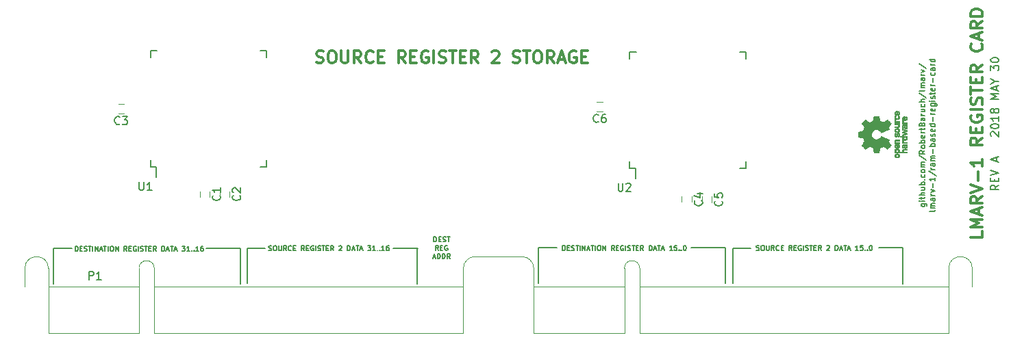
<source format=gto>
G04 #@! TF.GenerationSoftware,KiCad,Pcbnew,(5.0.0-rc2-35-gda6600525)*
G04 #@! TF.CreationDate,2018-05-30T11:44:02-07:00*
G04 #@! TF.ProjectId,ram-based-register-card,72616D2D62617365642D726567697374,rev?*
G04 #@! TF.SameCoordinates,Original*
G04 #@! TF.FileFunction,Legend,Top*
G04 #@! TF.FilePolarity,Positive*
%FSLAX46Y46*%
G04 Gerber Fmt 4.6, Leading zero omitted, Abs format (unit mm)*
G04 Created by KiCad (PCBNEW (5.0.0-rc2-35-gda6600525)) date 05/30/18 11:44:02*
%MOMM*%
%LPD*%
G01*
G04 APERTURE LIST*
%ADD10C,0.200000*%
%ADD11C,0.175000*%
%ADD12C,0.300000*%
%ADD13C,0.150000*%
%ADD14C,0.120000*%
%ADD15C,0.010000*%
G04 APERTURE END LIST*
D10*
X178782380Y-64731428D02*
X178306190Y-65064761D01*
X178782380Y-65302857D02*
X177782380Y-65302857D01*
X177782380Y-64921904D01*
X177830000Y-64826666D01*
X177877619Y-64779047D01*
X177972857Y-64731428D01*
X178115714Y-64731428D01*
X178210952Y-64779047D01*
X178258571Y-64826666D01*
X178306190Y-64921904D01*
X178306190Y-65302857D01*
X178258571Y-64302857D02*
X178258571Y-63969523D01*
X178782380Y-63826666D02*
X178782380Y-64302857D01*
X177782380Y-64302857D01*
X177782380Y-63826666D01*
X177782380Y-63540952D02*
X178782380Y-63207619D01*
X177782380Y-62874285D01*
X178496666Y-61826666D02*
X178496666Y-61350476D01*
X178782380Y-61921904D02*
X177782380Y-61588571D01*
X178782380Y-61255238D01*
X177877619Y-58683809D02*
X177830000Y-58636190D01*
X177782380Y-58540952D01*
X177782380Y-58302857D01*
X177830000Y-58207619D01*
X177877619Y-58160000D01*
X177972857Y-58112380D01*
X178068095Y-58112380D01*
X178210952Y-58160000D01*
X178782380Y-58731428D01*
X178782380Y-58112380D01*
X177782380Y-57493333D02*
X177782380Y-57398095D01*
X177830000Y-57302857D01*
X177877619Y-57255238D01*
X177972857Y-57207619D01*
X178163333Y-57160000D01*
X178401428Y-57160000D01*
X178591904Y-57207619D01*
X178687142Y-57255238D01*
X178734761Y-57302857D01*
X178782380Y-57398095D01*
X178782380Y-57493333D01*
X178734761Y-57588571D01*
X178687142Y-57636190D01*
X178591904Y-57683809D01*
X178401428Y-57731428D01*
X178163333Y-57731428D01*
X177972857Y-57683809D01*
X177877619Y-57636190D01*
X177830000Y-57588571D01*
X177782380Y-57493333D01*
X178782380Y-56207619D02*
X178782380Y-56779047D01*
X178782380Y-56493333D02*
X177782380Y-56493333D01*
X177925238Y-56588571D01*
X178020476Y-56683809D01*
X178068095Y-56779047D01*
X178210952Y-55636190D02*
X178163333Y-55731428D01*
X178115714Y-55779047D01*
X178020476Y-55826666D01*
X177972857Y-55826666D01*
X177877619Y-55779047D01*
X177830000Y-55731428D01*
X177782380Y-55636190D01*
X177782380Y-55445714D01*
X177830000Y-55350476D01*
X177877619Y-55302857D01*
X177972857Y-55255238D01*
X178020476Y-55255238D01*
X178115714Y-55302857D01*
X178163333Y-55350476D01*
X178210952Y-55445714D01*
X178210952Y-55636190D01*
X178258571Y-55731428D01*
X178306190Y-55779047D01*
X178401428Y-55826666D01*
X178591904Y-55826666D01*
X178687142Y-55779047D01*
X178734761Y-55731428D01*
X178782380Y-55636190D01*
X178782380Y-55445714D01*
X178734761Y-55350476D01*
X178687142Y-55302857D01*
X178591904Y-55255238D01*
X178401428Y-55255238D01*
X178306190Y-55302857D01*
X178258571Y-55350476D01*
X178210952Y-55445714D01*
X178782380Y-54064761D02*
X177782380Y-54064761D01*
X178496666Y-53731428D01*
X177782380Y-53398095D01*
X178782380Y-53398095D01*
X178496666Y-52969523D02*
X178496666Y-52493333D01*
X178782380Y-53064761D02*
X177782380Y-52731428D01*
X178782380Y-52398095D01*
X178306190Y-51874285D02*
X178782380Y-51874285D01*
X177782380Y-52207619D02*
X178306190Y-51874285D01*
X177782380Y-51540952D01*
X177782380Y-50540952D02*
X177782380Y-49921904D01*
X178163333Y-50255238D01*
X178163333Y-50112380D01*
X178210952Y-50017142D01*
X178258571Y-49969523D01*
X178353809Y-49921904D01*
X178591904Y-49921904D01*
X178687142Y-49969523D01*
X178734761Y-50017142D01*
X178782380Y-50112380D01*
X178782380Y-50398095D01*
X178734761Y-50493333D01*
X178687142Y-50540952D01*
X177782380Y-49302857D02*
X177782380Y-49207619D01*
X177830000Y-49112380D01*
X177877619Y-49064761D01*
X177972857Y-49017142D01*
X178163333Y-48969523D01*
X178401428Y-48969523D01*
X178591904Y-49017142D01*
X178687142Y-49064761D01*
X178734761Y-49112380D01*
X178782380Y-49207619D01*
X178782380Y-49302857D01*
X178734761Y-49398095D01*
X178687142Y-49445714D01*
X178591904Y-49493333D01*
X178401428Y-49540952D01*
X178163333Y-49540952D01*
X177972857Y-49493333D01*
X177877619Y-49445714D01*
X177830000Y-49398095D01*
X177782380Y-49302857D01*
D11*
X169197500Y-67033333D02*
X169764166Y-67033333D01*
X169830833Y-67066666D01*
X169864166Y-67100000D01*
X169897500Y-67166666D01*
X169897500Y-67266666D01*
X169864166Y-67333333D01*
X169630833Y-67033333D02*
X169664166Y-67100000D01*
X169664166Y-67233333D01*
X169630833Y-67300000D01*
X169597500Y-67333333D01*
X169530833Y-67366666D01*
X169330833Y-67366666D01*
X169264166Y-67333333D01*
X169230833Y-67300000D01*
X169197500Y-67233333D01*
X169197500Y-67100000D01*
X169230833Y-67033333D01*
X169664166Y-66700000D02*
X169197500Y-66700000D01*
X168964166Y-66700000D02*
X168997500Y-66733333D01*
X169030833Y-66700000D01*
X168997500Y-66666666D01*
X168964166Y-66700000D01*
X169030833Y-66700000D01*
X169197500Y-66466666D02*
X169197500Y-66200000D01*
X168964166Y-66366666D02*
X169564166Y-66366666D01*
X169630833Y-66333333D01*
X169664166Y-66266666D01*
X169664166Y-66200000D01*
X169664166Y-65966666D02*
X168964166Y-65966666D01*
X169664166Y-65666666D02*
X169297500Y-65666666D01*
X169230833Y-65700000D01*
X169197500Y-65766666D01*
X169197500Y-65866666D01*
X169230833Y-65933333D01*
X169264166Y-65966666D01*
X169197500Y-65033333D02*
X169664166Y-65033333D01*
X169197500Y-65333333D02*
X169564166Y-65333333D01*
X169630833Y-65300000D01*
X169664166Y-65233333D01*
X169664166Y-65133333D01*
X169630833Y-65066666D01*
X169597500Y-65033333D01*
X169664166Y-64700000D02*
X168964166Y-64700000D01*
X169230833Y-64700000D02*
X169197500Y-64633333D01*
X169197500Y-64500000D01*
X169230833Y-64433333D01*
X169264166Y-64400000D01*
X169330833Y-64366666D01*
X169530833Y-64366666D01*
X169597500Y-64400000D01*
X169630833Y-64433333D01*
X169664166Y-64500000D01*
X169664166Y-64633333D01*
X169630833Y-64700000D01*
X169597500Y-64066666D02*
X169630833Y-64033333D01*
X169664166Y-64066666D01*
X169630833Y-64100000D01*
X169597500Y-64066666D01*
X169664166Y-64066666D01*
X169630833Y-63433333D02*
X169664166Y-63500000D01*
X169664166Y-63633333D01*
X169630833Y-63700000D01*
X169597500Y-63733333D01*
X169530833Y-63766666D01*
X169330833Y-63766666D01*
X169264166Y-63733333D01*
X169230833Y-63700000D01*
X169197500Y-63633333D01*
X169197500Y-63500000D01*
X169230833Y-63433333D01*
X169664166Y-63033333D02*
X169630833Y-63100000D01*
X169597500Y-63133333D01*
X169530833Y-63166666D01*
X169330833Y-63166666D01*
X169264166Y-63133333D01*
X169230833Y-63100000D01*
X169197500Y-63033333D01*
X169197500Y-62933333D01*
X169230833Y-62866666D01*
X169264166Y-62833333D01*
X169330833Y-62800000D01*
X169530833Y-62800000D01*
X169597500Y-62833333D01*
X169630833Y-62866666D01*
X169664166Y-62933333D01*
X169664166Y-63033333D01*
X169664166Y-62500000D02*
X169197500Y-62500000D01*
X169264166Y-62500000D02*
X169230833Y-62466666D01*
X169197500Y-62400000D01*
X169197500Y-62300000D01*
X169230833Y-62233333D01*
X169297500Y-62200000D01*
X169664166Y-62200000D01*
X169297500Y-62200000D02*
X169230833Y-62166666D01*
X169197500Y-62100000D01*
X169197500Y-62000000D01*
X169230833Y-61933333D01*
X169297500Y-61900000D01*
X169664166Y-61900000D01*
X168930833Y-61066666D02*
X169830833Y-61666666D01*
X169664166Y-60433333D02*
X169330833Y-60666666D01*
X169664166Y-60833333D02*
X168964166Y-60833333D01*
X168964166Y-60566666D01*
X168997500Y-60500000D01*
X169030833Y-60466666D01*
X169097500Y-60433333D01*
X169197500Y-60433333D01*
X169264166Y-60466666D01*
X169297500Y-60500000D01*
X169330833Y-60566666D01*
X169330833Y-60833333D01*
X169664166Y-60033333D02*
X169630833Y-60100000D01*
X169597500Y-60133333D01*
X169530833Y-60166666D01*
X169330833Y-60166666D01*
X169264166Y-60133333D01*
X169230833Y-60100000D01*
X169197500Y-60033333D01*
X169197500Y-59933333D01*
X169230833Y-59866666D01*
X169264166Y-59833333D01*
X169330833Y-59800000D01*
X169530833Y-59800000D01*
X169597500Y-59833333D01*
X169630833Y-59866666D01*
X169664166Y-59933333D01*
X169664166Y-60033333D01*
X169664166Y-59500000D02*
X168964166Y-59500000D01*
X169230833Y-59500000D02*
X169197500Y-59433333D01*
X169197500Y-59300000D01*
X169230833Y-59233333D01*
X169264166Y-59200000D01*
X169330833Y-59166666D01*
X169530833Y-59166666D01*
X169597500Y-59200000D01*
X169630833Y-59233333D01*
X169664166Y-59300000D01*
X169664166Y-59433333D01*
X169630833Y-59500000D01*
X169630833Y-58600000D02*
X169664166Y-58666666D01*
X169664166Y-58800000D01*
X169630833Y-58866666D01*
X169564166Y-58900000D01*
X169297500Y-58900000D01*
X169230833Y-58866666D01*
X169197500Y-58800000D01*
X169197500Y-58666666D01*
X169230833Y-58600000D01*
X169297500Y-58566666D01*
X169364166Y-58566666D01*
X169430833Y-58900000D01*
X169664166Y-58266666D02*
X169197500Y-58266666D01*
X169330833Y-58266666D02*
X169264166Y-58233333D01*
X169230833Y-58200000D01*
X169197500Y-58133333D01*
X169197500Y-58066666D01*
X169197500Y-57933333D02*
X169197500Y-57666666D01*
X168964166Y-57833333D02*
X169564166Y-57833333D01*
X169630833Y-57800000D01*
X169664166Y-57733333D01*
X169664166Y-57666666D01*
X169297500Y-57200000D02*
X169330833Y-57100000D01*
X169364166Y-57066666D01*
X169430833Y-57033333D01*
X169530833Y-57033333D01*
X169597500Y-57066666D01*
X169630833Y-57100000D01*
X169664166Y-57166666D01*
X169664166Y-57433333D01*
X168964166Y-57433333D01*
X168964166Y-57200000D01*
X168997500Y-57133333D01*
X169030833Y-57100000D01*
X169097500Y-57066666D01*
X169164166Y-57066666D01*
X169230833Y-57100000D01*
X169264166Y-57133333D01*
X169297500Y-57200000D01*
X169297500Y-57433333D01*
X169664166Y-56433333D02*
X169297500Y-56433333D01*
X169230833Y-56466666D01*
X169197500Y-56533333D01*
X169197500Y-56666666D01*
X169230833Y-56733333D01*
X169630833Y-56433333D02*
X169664166Y-56500000D01*
X169664166Y-56666666D01*
X169630833Y-56733333D01*
X169564166Y-56766666D01*
X169497500Y-56766666D01*
X169430833Y-56733333D01*
X169397500Y-56666666D01*
X169397500Y-56500000D01*
X169364166Y-56433333D01*
X169664166Y-56100000D02*
X169197500Y-56100000D01*
X169330833Y-56100000D02*
X169264166Y-56066666D01*
X169230833Y-56033333D01*
X169197500Y-55966666D01*
X169197500Y-55900000D01*
X169197500Y-55366666D02*
X169664166Y-55366666D01*
X169197500Y-55666666D02*
X169564166Y-55666666D01*
X169630833Y-55633333D01*
X169664166Y-55566666D01*
X169664166Y-55466666D01*
X169630833Y-55400000D01*
X169597500Y-55366666D01*
X169630833Y-54733333D02*
X169664166Y-54800000D01*
X169664166Y-54933333D01*
X169630833Y-55000000D01*
X169597500Y-55033333D01*
X169530833Y-55066666D01*
X169330833Y-55066666D01*
X169264166Y-55033333D01*
X169230833Y-55000000D01*
X169197500Y-54933333D01*
X169197500Y-54800000D01*
X169230833Y-54733333D01*
X169664166Y-54433333D02*
X168964166Y-54433333D01*
X169664166Y-54133333D02*
X169297500Y-54133333D01*
X169230833Y-54166666D01*
X169197500Y-54233333D01*
X169197500Y-54333333D01*
X169230833Y-54400000D01*
X169264166Y-54433333D01*
X168930833Y-53300000D02*
X169830833Y-53900000D01*
X169664166Y-52966666D02*
X169630833Y-53033333D01*
X169564166Y-53066666D01*
X168964166Y-53066666D01*
X169664166Y-52700000D02*
X169197500Y-52700000D01*
X169264166Y-52700000D02*
X169230833Y-52666666D01*
X169197500Y-52600000D01*
X169197500Y-52500000D01*
X169230833Y-52433333D01*
X169297500Y-52400000D01*
X169664166Y-52400000D01*
X169297500Y-52400000D02*
X169230833Y-52366666D01*
X169197500Y-52300000D01*
X169197500Y-52200000D01*
X169230833Y-52133333D01*
X169297500Y-52100000D01*
X169664166Y-52100000D01*
X169664166Y-51466666D02*
X169297500Y-51466666D01*
X169230833Y-51500000D01*
X169197500Y-51566666D01*
X169197500Y-51700000D01*
X169230833Y-51766666D01*
X169630833Y-51466666D02*
X169664166Y-51533333D01*
X169664166Y-51700000D01*
X169630833Y-51766666D01*
X169564166Y-51800000D01*
X169497500Y-51800000D01*
X169430833Y-51766666D01*
X169397500Y-51700000D01*
X169397500Y-51533333D01*
X169364166Y-51466666D01*
X169664166Y-51133333D02*
X169197500Y-51133333D01*
X169330833Y-51133333D02*
X169264166Y-51100000D01*
X169230833Y-51066666D01*
X169197500Y-51000000D01*
X169197500Y-50933333D01*
X169197500Y-50766666D02*
X169664166Y-50600000D01*
X169197500Y-50433333D01*
X168930833Y-49666666D02*
X169830833Y-50266666D01*
X170889166Y-67850000D02*
X170855833Y-67916666D01*
X170789166Y-67950000D01*
X170189166Y-67950000D01*
X170889166Y-67583333D02*
X170422500Y-67583333D01*
X170489166Y-67583333D02*
X170455833Y-67550000D01*
X170422500Y-67483333D01*
X170422500Y-67383333D01*
X170455833Y-67316666D01*
X170522500Y-67283333D01*
X170889166Y-67283333D01*
X170522500Y-67283333D02*
X170455833Y-67250000D01*
X170422500Y-67183333D01*
X170422500Y-67083333D01*
X170455833Y-67016666D01*
X170522500Y-66983333D01*
X170889166Y-66983333D01*
X170889166Y-66350000D02*
X170522500Y-66350000D01*
X170455833Y-66383333D01*
X170422500Y-66450000D01*
X170422500Y-66583333D01*
X170455833Y-66650000D01*
X170855833Y-66350000D02*
X170889166Y-66416666D01*
X170889166Y-66583333D01*
X170855833Y-66650000D01*
X170789166Y-66683333D01*
X170722500Y-66683333D01*
X170655833Y-66650000D01*
X170622500Y-66583333D01*
X170622500Y-66416666D01*
X170589166Y-66350000D01*
X170889166Y-66016666D02*
X170422500Y-66016666D01*
X170555833Y-66016666D02*
X170489166Y-65983333D01*
X170455833Y-65950000D01*
X170422500Y-65883333D01*
X170422500Y-65816666D01*
X170422500Y-65650000D02*
X170889166Y-65483333D01*
X170422500Y-65316666D01*
X170622500Y-65050000D02*
X170622500Y-64516666D01*
X170889166Y-63816666D02*
X170889166Y-64216666D01*
X170889166Y-64016666D02*
X170189166Y-64016666D01*
X170289166Y-64083333D01*
X170355833Y-64150000D01*
X170389166Y-64216666D01*
X170155833Y-63016666D02*
X171055833Y-63616666D01*
X170889166Y-62783333D02*
X170422500Y-62783333D01*
X170555833Y-62783333D02*
X170489166Y-62750000D01*
X170455833Y-62716666D01*
X170422500Y-62650000D01*
X170422500Y-62583333D01*
X170889166Y-62050000D02*
X170522500Y-62050000D01*
X170455833Y-62083333D01*
X170422500Y-62150000D01*
X170422500Y-62283333D01*
X170455833Y-62350000D01*
X170855833Y-62050000D02*
X170889166Y-62116666D01*
X170889166Y-62283333D01*
X170855833Y-62350000D01*
X170789166Y-62383333D01*
X170722500Y-62383333D01*
X170655833Y-62350000D01*
X170622500Y-62283333D01*
X170622500Y-62116666D01*
X170589166Y-62050000D01*
X170889166Y-61716666D02*
X170422500Y-61716666D01*
X170489166Y-61716666D02*
X170455833Y-61683333D01*
X170422500Y-61616666D01*
X170422500Y-61516666D01*
X170455833Y-61450000D01*
X170522500Y-61416666D01*
X170889166Y-61416666D01*
X170522500Y-61416666D02*
X170455833Y-61383333D01*
X170422500Y-61316666D01*
X170422500Y-61216666D01*
X170455833Y-61150000D01*
X170522500Y-61116666D01*
X170889166Y-61116666D01*
X170622500Y-60783333D02*
X170622500Y-60250000D01*
X170889166Y-59916666D02*
X170189166Y-59916666D01*
X170455833Y-59916666D02*
X170422500Y-59850000D01*
X170422500Y-59716666D01*
X170455833Y-59650000D01*
X170489166Y-59616666D01*
X170555833Y-59583333D01*
X170755833Y-59583333D01*
X170822500Y-59616666D01*
X170855833Y-59650000D01*
X170889166Y-59716666D01*
X170889166Y-59850000D01*
X170855833Y-59916666D01*
X170889166Y-58983333D02*
X170522500Y-58983333D01*
X170455833Y-59016666D01*
X170422500Y-59083333D01*
X170422500Y-59216666D01*
X170455833Y-59283333D01*
X170855833Y-58983333D02*
X170889166Y-59050000D01*
X170889166Y-59216666D01*
X170855833Y-59283333D01*
X170789166Y-59316666D01*
X170722500Y-59316666D01*
X170655833Y-59283333D01*
X170622500Y-59216666D01*
X170622500Y-59050000D01*
X170589166Y-58983333D01*
X170855833Y-58683333D02*
X170889166Y-58616666D01*
X170889166Y-58483333D01*
X170855833Y-58416666D01*
X170789166Y-58383333D01*
X170755833Y-58383333D01*
X170689166Y-58416666D01*
X170655833Y-58483333D01*
X170655833Y-58583333D01*
X170622500Y-58650000D01*
X170555833Y-58683333D01*
X170522500Y-58683333D01*
X170455833Y-58650000D01*
X170422500Y-58583333D01*
X170422500Y-58483333D01*
X170455833Y-58416666D01*
X170855833Y-57816666D02*
X170889166Y-57883333D01*
X170889166Y-58016666D01*
X170855833Y-58083333D01*
X170789166Y-58116666D01*
X170522500Y-58116666D01*
X170455833Y-58083333D01*
X170422500Y-58016666D01*
X170422500Y-57883333D01*
X170455833Y-57816666D01*
X170522500Y-57783333D01*
X170589166Y-57783333D01*
X170655833Y-58116666D01*
X170889166Y-57183333D02*
X170189166Y-57183333D01*
X170855833Y-57183333D02*
X170889166Y-57250000D01*
X170889166Y-57383333D01*
X170855833Y-57450000D01*
X170822500Y-57483333D01*
X170755833Y-57516666D01*
X170555833Y-57516666D01*
X170489166Y-57483333D01*
X170455833Y-57450000D01*
X170422500Y-57383333D01*
X170422500Y-57250000D01*
X170455833Y-57183333D01*
X170622500Y-56850000D02*
X170622500Y-56316666D01*
X170889166Y-55983333D02*
X170422500Y-55983333D01*
X170555833Y-55983333D02*
X170489166Y-55950000D01*
X170455833Y-55916666D01*
X170422500Y-55850000D01*
X170422500Y-55783333D01*
X170855833Y-55283333D02*
X170889166Y-55350000D01*
X170889166Y-55483333D01*
X170855833Y-55550000D01*
X170789166Y-55583333D01*
X170522500Y-55583333D01*
X170455833Y-55550000D01*
X170422500Y-55483333D01*
X170422500Y-55350000D01*
X170455833Y-55283333D01*
X170522500Y-55250000D01*
X170589166Y-55250000D01*
X170655833Y-55583333D01*
X170422500Y-54650000D02*
X170989166Y-54650000D01*
X171055833Y-54683333D01*
X171089166Y-54716666D01*
X171122500Y-54783333D01*
X171122500Y-54883333D01*
X171089166Y-54950000D01*
X170855833Y-54650000D02*
X170889166Y-54716666D01*
X170889166Y-54850000D01*
X170855833Y-54916666D01*
X170822500Y-54950000D01*
X170755833Y-54983333D01*
X170555833Y-54983333D01*
X170489166Y-54950000D01*
X170455833Y-54916666D01*
X170422500Y-54850000D01*
X170422500Y-54716666D01*
X170455833Y-54650000D01*
X170889166Y-54316666D02*
X170422500Y-54316666D01*
X170189166Y-54316666D02*
X170222500Y-54350000D01*
X170255833Y-54316666D01*
X170222500Y-54283333D01*
X170189166Y-54316666D01*
X170255833Y-54316666D01*
X170855833Y-54016666D02*
X170889166Y-53950000D01*
X170889166Y-53816666D01*
X170855833Y-53750000D01*
X170789166Y-53716666D01*
X170755833Y-53716666D01*
X170689166Y-53750000D01*
X170655833Y-53816666D01*
X170655833Y-53916666D01*
X170622500Y-53983333D01*
X170555833Y-54016666D01*
X170522500Y-54016666D01*
X170455833Y-53983333D01*
X170422500Y-53916666D01*
X170422500Y-53816666D01*
X170455833Y-53750000D01*
X170422500Y-53516666D02*
X170422500Y-53250000D01*
X170189166Y-53416666D02*
X170789166Y-53416666D01*
X170855833Y-53383333D01*
X170889166Y-53316666D01*
X170889166Y-53250000D01*
X170855833Y-52750000D02*
X170889166Y-52816666D01*
X170889166Y-52950000D01*
X170855833Y-53016666D01*
X170789166Y-53050000D01*
X170522500Y-53050000D01*
X170455833Y-53016666D01*
X170422500Y-52950000D01*
X170422500Y-52816666D01*
X170455833Y-52750000D01*
X170522500Y-52716666D01*
X170589166Y-52716666D01*
X170655833Y-53050000D01*
X170889166Y-52416666D02*
X170422500Y-52416666D01*
X170555833Y-52416666D02*
X170489166Y-52383333D01*
X170455833Y-52350000D01*
X170422500Y-52283333D01*
X170422500Y-52216666D01*
X170622500Y-51983333D02*
X170622500Y-51450000D01*
X170855833Y-50816666D02*
X170889166Y-50883333D01*
X170889166Y-51016666D01*
X170855833Y-51083333D01*
X170822500Y-51116666D01*
X170755833Y-51150000D01*
X170555833Y-51150000D01*
X170489166Y-51116666D01*
X170455833Y-51083333D01*
X170422500Y-51016666D01*
X170422500Y-50883333D01*
X170455833Y-50816666D01*
X170889166Y-50216666D02*
X170522500Y-50216666D01*
X170455833Y-50250000D01*
X170422500Y-50316666D01*
X170422500Y-50450000D01*
X170455833Y-50516666D01*
X170855833Y-50216666D02*
X170889166Y-50283333D01*
X170889166Y-50450000D01*
X170855833Y-50516666D01*
X170789166Y-50550000D01*
X170722500Y-50550000D01*
X170655833Y-50516666D01*
X170622500Y-50450000D01*
X170622500Y-50283333D01*
X170589166Y-50216666D01*
X170889166Y-49883333D02*
X170422500Y-49883333D01*
X170555833Y-49883333D02*
X170489166Y-49850000D01*
X170455833Y-49816666D01*
X170422500Y-49750000D01*
X170422500Y-49683333D01*
X170889166Y-49150000D02*
X170189166Y-49150000D01*
X170855833Y-49150000D02*
X170889166Y-49216666D01*
X170889166Y-49350000D01*
X170855833Y-49416666D01*
X170822500Y-49450000D01*
X170755833Y-49483333D01*
X170555833Y-49483333D01*
X170489166Y-49450000D01*
X170455833Y-49416666D01*
X170422500Y-49350000D01*
X170422500Y-49216666D01*
X170455833Y-49150000D01*
D12*
X176778571Y-70467142D02*
X176778571Y-71181428D01*
X175278571Y-71181428D01*
X176778571Y-69967142D02*
X175278571Y-69967142D01*
X176350000Y-69467142D01*
X175278571Y-68967142D01*
X176778571Y-68967142D01*
X176350000Y-68324285D02*
X176350000Y-67610000D01*
X176778571Y-68467142D02*
X175278571Y-67967142D01*
X176778571Y-67467142D01*
X176778571Y-66110000D02*
X176064285Y-66610000D01*
X176778571Y-66967142D02*
X175278571Y-66967142D01*
X175278571Y-66395714D01*
X175350000Y-66252857D01*
X175421428Y-66181428D01*
X175564285Y-66110000D01*
X175778571Y-66110000D01*
X175921428Y-66181428D01*
X175992857Y-66252857D01*
X176064285Y-66395714D01*
X176064285Y-66967142D01*
X175278571Y-65681428D02*
X176778571Y-65181428D01*
X175278571Y-64681428D01*
X176207142Y-64181428D02*
X176207142Y-63038571D01*
X176778571Y-61538571D02*
X176778571Y-62395714D01*
X176778571Y-61967142D02*
X175278571Y-61967142D01*
X175492857Y-62110000D01*
X175635714Y-62252857D01*
X175707142Y-62395714D01*
X176778571Y-58895714D02*
X176064285Y-59395714D01*
X176778571Y-59752857D02*
X175278571Y-59752857D01*
X175278571Y-59181428D01*
X175350000Y-59038571D01*
X175421428Y-58967142D01*
X175564285Y-58895714D01*
X175778571Y-58895714D01*
X175921428Y-58967142D01*
X175992857Y-59038571D01*
X176064285Y-59181428D01*
X176064285Y-59752857D01*
X175992857Y-58252857D02*
X175992857Y-57752857D01*
X176778571Y-57538571D02*
X176778571Y-58252857D01*
X175278571Y-58252857D01*
X175278571Y-57538571D01*
X175350000Y-56110000D02*
X175278571Y-56252857D01*
X175278571Y-56467142D01*
X175350000Y-56681428D01*
X175492857Y-56824285D01*
X175635714Y-56895714D01*
X175921428Y-56967142D01*
X176135714Y-56967142D01*
X176421428Y-56895714D01*
X176564285Y-56824285D01*
X176707142Y-56681428D01*
X176778571Y-56467142D01*
X176778571Y-56324285D01*
X176707142Y-56110000D01*
X176635714Y-56038571D01*
X176135714Y-56038571D01*
X176135714Y-56324285D01*
X176778571Y-55395714D02*
X175278571Y-55395714D01*
X176707142Y-54752857D02*
X176778571Y-54538571D01*
X176778571Y-54181428D01*
X176707142Y-54038571D01*
X176635714Y-53967142D01*
X176492857Y-53895714D01*
X176350000Y-53895714D01*
X176207142Y-53967142D01*
X176135714Y-54038571D01*
X176064285Y-54181428D01*
X175992857Y-54467142D01*
X175921428Y-54610000D01*
X175850000Y-54681428D01*
X175707142Y-54752857D01*
X175564285Y-54752857D01*
X175421428Y-54681428D01*
X175350000Y-54610000D01*
X175278571Y-54467142D01*
X175278571Y-54110000D01*
X175350000Y-53895714D01*
X175278571Y-53467142D02*
X175278571Y-52610000D01*
X176778571Y-53038571D02*
X175278571Y-53038571D01*
X175992857Y-52110000D02*
X175992857Y-51610000D01*
X176778571Y-51395714D02*
X176778571Y-52110000D01*
X175278571Y-52110000D01*
X175278571Y-51395714D01*
X176778571Y-49895714D02*
X176064285Y-50395714D01*
X176778571Y-50752857D02*
X175278571Y-50752857D01*
X175278571Y-50181428D01*
X175350000Y-50038571D01*
X175421428Y-49967142D01*
X175564285Y-49895714D01*
X175778571Y-49895714D01*
X175921428Y-49967142D01*
X175992857Y-50038571D01*
X176064285Y-50181428D01*
X176064285Y-50752857D01*
X176635714Y-47252857D02*
X176707142Y-47324285D01*
X176778571Y-47538571D01*
X176778571Y-47681428D01*
X176707142Y-47895714D01*
X176564285Y-48038571D01*
X176421428Y-48110000D01*
X176135714Y-48181428D01*
X175921428Y-48181428D01*
X175635714Y-48110000D01*
X175492857Y-48038571D01*
X175350000Y-47895714D01*
X175278571Y-47681428D01*
X175278571Y-47538571D01*
X175350000Y-47324285D01*
X175421428Y-47252857D01*
X176350000Y-46681428D02*
X176350000Y-45967142D01*
X176778571Y-46824285D02*
X175278571Y-46324285D01*
X176778571Y-45824285D01*
X176778571Y-44467142D02*
X176064285Y-44967142D01*
X176778571Y-45324285D02*
X175278571Y-45324285D01*
X175278571Y-44752857D01*
X175350000Y-44610000D01*
X175421428Y-44538571D01*
X175564285Y-44467142D01*
X175778571Y-44467142D01*
X175921428Y-44538571D01*
X175992857Y-44610000D01*
X176064285Y-44752857D01*
X176064285Y-45324285D01*
X176778571Y-43824285D02*
X175278571Y-43824285D01*
X175278571Y-43467142D01*
X175350000Y-43252857D01*
X175492857Y-43110000D01*
X175635714Y-43038571D01*
X175921428Y-42967142D01*
X176135714Y-42967142D01*
X176421428Y-43038571D01*
X176564285Y-43110000D01*
X176707142Y-43252857D01*
X176778571Y-43467142D01*
X176778571Y-43824285D01*
X94440000Y-49547142D02*
X94654285Y-49618571D01*
X95011428Y-49618571D01*
X95154285Y-49547142D01*
X95225714Y-49475714D01*
X95297142Y-49332857D01*
X95297142Y-49190000D01*
X95225714Y-49047142D01*
X95154285Y-48975714D01*
X95011428Y-48904285D01*
X94725714Y-48832857D01*
X94582857Y-48761428D01*
X94511428Y-48690000D01*
X94440000Y-48547142D01*
X94440000Y-48404285D01*
X94511428Y-48261428D01*
X94582857Y-48190000D01*
X94725714Y-48118571D01*
X95082857Y-48118571D01*
X95297142Y-48190000D01*
X96225714Y-48118571D02*
X96511428Y-48118571D01*
X96654285Y-48190000D01*
X96797142Y-48332857D01*
X96868571Y-48618571D01*
X96868571Y-49118571D01*
X96797142Y-49404285D01*
X96654285Y-49547142D01*
X96511428Y-49618571D01*
X96225714Y-49618571D01*
X96082857Y-49547142D01*
X95940000Y-49404285D01*
X95868571Y-49118571D01*
X95868571Y-48618571D01*
X95940000Y-48332857D01*
X96082857Y-48190000D01*
X96225714Y-48118571D01*
X97511428Y-48118571D02*
X97511428Y-49332857D01*
X97582857Y-49475714D01*
X97654285Y-49547142D01*
X97797142Y-49618571D01*
X98082857Y-49618571D01*
X98225714Y-49547142D01*
X98297142Y-49475714D01*
X98368571Y-49332857D01*
X98368571Y-48118571D01*
X99940000Y-49618571D02*
X99440000Y-48904285D01*
X99082857Y-49618571D02*
X99082857Y-48118571D01*
X99654285Y-48118571D01*
X99797142Y-48190000D01*
X99868571Y-48261428D01*
X99940000Y-48404285D01*
X99940000Y-48618571D01*
X99868571Y-48761428D01*
X99797142Y-48832857D01*
X99654285Y-48904285D01*
X99082857Y-48904285D01*
X101440000Y-49475714D02*
X101368571Y-49547142D01*
X101154285Y-49618571D01*
X101011428Y-49618571D01*
X100797142Y-49547142D01*
X100654285Y-49404285D01*
X100582857Y-49261428D01*
X100511428Y-48975714D01*
X100511428Y-48761428D01*
X100582857Y-48475714D01*
X100654285Y-48332857D01*
X100797142Y-48190000D01*
X101011428Y-48118571D01*
X101154285Y-48118571D01*
X101368571Y-48190000D01*
X101440000Y-48261428D01*
X102082857Y-48832857D02*
X102582857Y-48832857D01*
X102797142Y-49618571D02*
X102082857Y-49618571D01*
X102082857Y-48118571D01*
X102797142Y-48118571D01*
X105440000Y-49618571D02*
X104940000Y-48904285D01*
X104582857Y-49618571D02*
X104582857Y-48118571D01*
X105154285Y-48118571D01*
X105297142Y-48190000D01*
X105368571Y-48261428D01*
X105440000Y-48404285D01*
X105440000Y-48618571D01*
X105368571Y-48761428D01*
X105297142Y-48832857D01*
X105154285Y-48904285D01*
X104582857Y-48904285D01*
X106082857Y-48832857D02*
X106582857Y-48832857D01*
X106797142Y-49618571D02*
X106082857Y-49618571D01*
X106082857Y-48118571D01*
X106797142Y-48118571D01*
X108225714Y-48190000D02*
X108082857Y-48118571D01*
X107868571Y-48118571D01*
X107654285Y-48190000D01*
X107511428Y-48332857D01*
X107440000Y-48475714D01*
X107368571Y-48761428D01*
X107368571Y-48975714D01*
X107440000Y-49261428D01*
X107511428Y-49404285D01*
X107654285Y-49547142D01*
X107868571Y-49618571D01*
X108011428Y-49618571D01*
X108225714Y-49547142D01*
X108297142Y-49475714D01*
X108297142Y-48975714D01*
X108011428Y-48975714D01*
X108940000Y-49618571D02*
X108940000Y-48118571D01*
X109582857Y-49547142D02*
X109797142Y-49618571D01*
X110154285Y-49618571D01*
X110297142Y-49547142D01*
X110368571Y-49475714D01*
X110440000Y-49332857D01*
X110440000Y-49190000D01*
X110368571Y-49047142D01*
X110297142Y-48975714D01*
X110154285Y-48904285D01*
X109868571Y-48832857D01*
X109725714Y-48761428D01*
X109654285Y-48690000D01*
X109582857Y-48547142D01*
X109582857Y-48404285D01*
X109654285Y-48261428D01*
X109725714Y-48190000D01*
X109868571Y-48118571D01*
X110225714Y-48118571D01*
X110440000Y-48190000D01*
X110868571Y-48118571D02*
X111725714Y-48118571D01*
X111297142Y-49618571D02*
X111297142Y-48118571D01*
X112225714Y-48832857D02*
X112725714Y-48832857D01*
X112940000Y-49618571D02*
X112225714Y-49618571D01*
X112225714Y-48118571D01*
X112940000Y-48118571D01*
X114440000Y-49618571D02*
X113940000Y-48904285D01*
X113582857Y-49618571D02*
X113582857Y-48118571D01*
X114154285Y-48118571D01*
X114297142Y-48190000D01*
X114368571Y-48261428D01*
X114440000Y-48404285D01*
X114440000Y-48618571D01*
X114368571Y-48761428D01*
X114297142Y-48832857D01*
X114154285Y-48904285D01*
X113582857Y-48904285D01*
X116154285Y-48261428D02*
X116225714Y-48190000D01*
X116368571Y-48118571D01*
X116725714Y-48118571D01*
X116868571Y-48190000D01*
X116940000Y-48261428D01*
X117011428Y-48404285D01*
X117011428Y-48547142D01*
X116940000Y-48761428D01*
X116082857Y-49618571D01*
X117011428Y-49618571D01*
X118725714Y-49547142D02*
X118940000Y-49618571D01*
X119297142Y-49618571D01*
X119440000Y-49547142D01*
X119511428Y-49475714D01*
X119582857Y-49332857D01*
X119582857Y-49190000D01*
X119511428Y-49047142D01*
X119440000Y-48975714D01*
X119297142Y-48904285D01*
X119011428Y-48832857D01*
X118868571Y-48761428D01*
X118797142Y-48690000D01*
X118725714Y-48547142D01*
X118725714Y-48404285D01*
X118797142Y-48261428D01*
X118868571Y-48190000D01*
X119011428Y-48118571D01*
X119368571Y-48118571D01*
X119582857Y-48190000D01*
X120011428Y-48118571D02*
X120868571Y-48118571D01*
X120440000Y-49618571D02*
X120440000Y-48118571D01*
X121654285Y-48118571D02*
X121940000Y-48118571D01*
X122082857Y-48190000D01*
X122225714Y-48332857D01*
X122297142Y-48618571D01*
X122297142Y-49118571D01*
X122225714Y-49404285D01*
X122082857Y-49547142D01*
X121940000Y-49618571D01*
X121654285Y-49618571D01*
X121511428Y-49547142D01*
X121368571Y-49404285D01*
X121297142Y-49118571D01*
X121297142Y-48618571D01*
X121368571Y-48332857D01*
X121511428Y-48190000D01*
X121654285Y-48118571D01*
X123797142Y-49618571D02*
X123297142Y-48904285D01*
X122940000Y-49618571D02*
X122940000Y-48118571D01*
X123511428Y-48118571D01*
X123654285Y-48190000D01*
X123725714Y-48261428D01*
X123797142Y-48404285D01*
X123797142Y-48618571D01*
X123725714Y-48761428D01*
X123654285Y-48832857D01*
X123511428Y-48904285D01*
X122940000Y-48904285D01*
X124368571Y-49190000D02*
X125082857Y-49190000D01*
X124225714Y-49618571D02*
X124725714Y-48118571D01*
X125225714Y-49618571D01*
X126511428Y-48190000D02*
X126368571Y-48118571D01*
X126154285Y-48118571D01*
X125940000Y-48190000D01*
X125797142Y-48332857D01*
X125725714Y-48475714D01*
X125654285Y-48761428D01*
X125654285Y-48975714D01*
X125725714Y-49261428D01*
X125797142Y-49404285D01*
X125940000Y-49547142D01*
X126154285Y-49618571D01*
X126297142Y-49618571D01*
X126511428Y-49547142D01*
X126582857Y-49475714D01*
X126582857Y-48975714D01*
X126297142Y-48975714D01*
X127225714Y-48832857D02*
X127725714Y-48832857D01*
X127940000Y-49618571D02*
X127225714Y-49618571D01*
X127225714Y-48118571D01*
X127940000Y-48118571D01*
D13*
X148832857Y-72772857D02*
X148918571Y-72801428D01*
X149061428Y-72801428D01*
X149118571Y-72772857D01*
X149147142Y-72744285D01*
X149175714Y-72687142D01*
X149175714Y-72630000D01*
X149147142Y-72572857D01*
X149118571Y-72544285D01*
X149061428Y-72515714D01*
X148947142Y-72487142D01*
X148890000Y-72458571D01*
X148861428Y-72430000D01*
X148832857Y-72372857D01*
X148832857Y-72315714D01*
X148861428Y-72258571D01*
X148890000Y-72230000D01*
X148947142Y-72201428D01*
X149090000Y-72201428D01*
X149175714Y-72230000D01*
X149547142Y-72201428D02*
X149661428Y-72201428D01*
X149718571Y-72230000D01*
X149775714Y-72287142D01*
X149804285Y-72401428D01*
X149804285Y-72601428D01*
X149775714Y-72715714D01*
X149718571Y-72772857D01*
X149661428Y-72801428D01*
X149547142Y-72801428D01*
X149490000Y-72772857D01*
X149432857Y-72715714D01*
X149404285Y-72601428D01*
X149404285Y-72401428D01*
X149432857Y-72287142D01*
X149490000Y-72230000D01*
X149547142Y-72201428D01*
X150061428Y-72201428D02*
X150061428Y-72687142D01*
X150090000Y-72744285D01*
X150118571Y-72772857D01*
X150175714Y-72801428D01*
X150290000Y-72801428D01*
X150347142Y-72772857D01*
X150375714Y-72744285D01*
X150404285Y-72687142D01*
X150404285Y-72201428D01*
X151032857Y-72801428D02*
X150832857Y-72515714D01*
X150690000Y-72801428D02*
X150690000Y-72201428D01*
X150918571Y-72201428D01*
X150975714Y-72230000D01*
X151004285Y-72258571D01*
X151032857Y-72315714D01*
X151032857Y-72401428D01*
X151004285Y-72458571D01*
X150975714Y-72487142D01*
X150918571Y-72515714D01*
X150690000Y-72515714D01*
X151632857Y-72744285D02*
X151604285Y-72772857D01*
X151518571Y-72801428D01*
X151461428Y-72801428D01*
X151375714Y-72772857D01*
X151318571Y-72715714D01*
X151290000Y-72658571D01*
X151261428Y-72544285D01*
X151261428Y-72458571D01*
X151290000Y-72344285D01*
X151318571Y-72287142D01*
X151375714Y-72230000D01*
X151461428Y-72201428D01*
X151518571Y-72201428D01*
X151604285Y-72230000D01*
X151632857Y-72258571D01*
X151890000Y-72487142D02*
X152090000Y-72487142D01*
X152175714Y-72801428D02*
X151890000Y-72801428D01*
X151890000Y-72201428D01*
X152175714Y-72201428D01*
X153232857Y-72801428D02*
X153032857Y-72515714D01*
X152890000Y-72801428D02*
X152890000Y-72201428D01*
X153118571Y-72201428D01*
X153175714Y-72230000D01*
X153204285Y-72258571D01*
X153232857Y-72315714D01*
X153232857Y-72401428D01*
X153204285Y-72458571D01*
X153175714Y-72487142D01*
X153118571Y-72515714D01*
X152890000Y-72515714D01*
X153490000Y-72487142D02*
X153690000Y-72487142D01*
X153775714Y-72801428D02*
X153490000Y-72801428D01*
X153490000Y-72201428D01*
X153775714Y-72201428D01*
X154347142Y-72230000D02*
X154290000Y-72201428D01*
X154204285Y-72201428D01*
X154118571Y-72230000D01*
X154061428Y-72287142D01*
X154032857Y-72344285D01*
X154004285Y-72458571D01*
X154004285Y-72544285D01*
X154032857Y-72658571D01*
X154061428Y-72715714D01*
X154118571Y-72772857D01*
X154204285Y-72801428D01*
X154261428Y-72801428D01*
X154347142Y-72772857D01*
X154375714Y-72744285D01*
X154375714Y-72544285D01*
X154261428Y-72544285D01*
X154632857Y-72801428D02*
X154632857Y-72201428D01*
X154890000Y-72772857D02*
X154975714Y-72801428D01*
X155118571Y-72801428D01*
X155175714Y-72772857D01*
X155204285Y-72744285D01*
X155232857Y-72687142D01*
X155232857Y-72630000D01*
X155204285Y-72572857D01*
X155175714Y-72544285D01*
X155118571Y-72515714D01*
X155004285Y-72487142D01*
X154947142Y-72458571D01*
X154918571Y-72430000D01*
X154890000Y-72372857D01*
X154890000Y-72315714D01*
X154918571Y-72258571D01*
X154947142Y-72230000D01*
X155004285Y-72201428D01*
X155147142Y-72201428D01*
X155232857Y-72230000D01*
X155404285Y-72201428D02*
X155747142Y-72201428D01*
X155575714Y-72801428D02*
X155575714Y-72201428D01*
X155947142Y-72487142D02*
X156147142Y-72487142D01*
X156232857Y-72801428D02*
X155947142Y-72801428D01*
X155947142Y-72201428D01*
X156232857Y-72201428D01*
X156832857Y-72801428D02*
X156632857Y-72515714D01*
X156490000Y-72801428D02*
X156490000Y-72201428D01*
X156718571Y-72201428D01*
X156775714Y-72230000D01*
X156804285Y-72258571D01*
X156832857Y-72315714D01*
X156832857Y-72401428D01*
X156804285Y-72458571D01*
X156775714Y-72487142D01*
X156718571Y-72515714D01*
X156490000Y-72515714D01*
X157518571Y-72258571D02*
X157547142Y-72230000D01*
X157604285Y-72201428D01*
X157747142Y-72201428D01*
X157804285Y-72230000D01*
X157832857Y-72258571D01*
X157861428Y-72315714D01*
X157861428Y-72372857D01*
X157832857Y-72458571D01*
X157490000Y-72801428D01*
X157861428Y-72801428D01*
X158575714Y-72801428D02*
X158575714Y-72201428D01*
X158718571Y-72201428D01*
X158804285Y-72230000D01*
X158861428Y-72287142D01*
X158890000Y-72344285D01*
X158918571Y-72458571D01*
X158918571Y-72544285D01*
X158890000Y-72658571D01*
X158861428Y-72715714D01*
X158804285Y-72772857D01*
X158718571Y-72801428D01*
X158575714Y-72801428D01*
X159147142Y-72630000D02*
X159432857Y-72630000D01*
X159090000Y-72801428D02*
X159290000Y-72201428D01*
X159490000Y-72801428D01*
X159604285Y-72201428D02*
X159947142Y-72201428D01*
X159775714Y-72801428D02*
X159775714Y-72201428D01*
X160118571Y-72630000D02*
X160404285Y-72630000D01*
X160061428Y-72801428D02*
X160261428Y-72201428D01*
X160461428Y-72801428D01*
X161432857Y-72801428D02*
X161090000Y-72801428D01*
X161261428Y-72801428D02*
X161261428Y-72201428D01*
X161204285Y-72287142D01*
X161147142Y-72344285D01*
X161090000Y-72372857D01*
X161975714Y-72201428D02*
X161690000Y-72201428D01*
X161661428Y-72487142D01*
X161690000Y-72458571D01*
X161747142Y-72430000D01*
X161890000Y-72430000D01*
X161947142Y-72458571D01*
X161975714Y-72487142D01*
X162004285Y-72544285D01*
X162004285Y-72687142D01*
X161975714Y-72744285D01*
X161947142Y-72772857D01*
X161890000Y-72801428D01*
X161747142Y-72801428D01*
X161690000Y-72772857D01*
X161661428Y-72744285D01*
X162261428Y-72744285D02*
X162290000Y-72772857D01*
X162261428Y-72801428D01*
X162232857Y-72772857D01*
X162261428Y-72744285D01*
X162261428Y-72801428D01*
X162547142Y-72744285D02*
X162575714Y-72772857D01*
X162547142Y-72801428D01*
X162518571Y-72772857D01*
X162547142Y-72744285D01*
X162547142Y-72801428D01*
X162947142Y-72201428D02*
X163004285Y-72201428D01*
X163061428Y-72230000D01*
X163090000Y-72258571D01*
X163118571Y-72315714D01*
X163147142Y-72430000D01*
X163147142Y-72572857D01*
X163118571Y-72687142D01*
X163090000Y-72744285D01*
X163061428Y-72772857D01*
X163004285Y-72801428D01*
X162947142Y-72801428D01*
X162890000Y-72772857D01*
X162861428Y-72744285D01*
X162832857Y-72687142D01*
X162804285Y-72572857D01*
X162804285Y-72430000D01*
X162832857Y-72315714D01*
X162861428Y-72258571D01*
X162890000Y-72230000D01*
X162947142Y-72201428D01*
D10*
X145900000Y-72520000D02*
X148130000Y-72520000D01*
X163950000Y-72480000D02*
X166951666Y-72480000D01*
X166930000Y-76940000D02*
X166930000Y-72590000D01*
X145900000Y-76870000D02*
X145900000Y-72520000D01*
D13*
X124861428Y-72811428D02*
X124861428Y-72211428D01*
X125004285Y-72211428D01*
X125090000Y-72240000D01*
X125147142Y-72297142D01*
X125175714Y-72354285D01*
X125204285Y-72468571D01*
X125204285Y-72554285D01*
X125175714Y-72668571D01*
X125147142Y-72725714D01*
X125090000Y-72782857D01*
X125004285Y-72811428D01*
X124861428Y-72811428D01*
X125461428Y-72497142D02*
X125661428Y-72497142D01*
X125747142Y-72811428D02*
X125461428Y-72811428D01*
X125461428Y-72211428D01*
X125747142Y-72211428D01*
X125975714Y-72782857D02*
X126061428Y-72811428D01*
X126204285Y-72811428D01*
X126261428Y-72782857D01*
X126290000Y-72754285D01*
X126318571Y-72697142D01*
X126318571Y-72640000D01*
X126290000Y-72582857D01*
X126261428Y-72554285D01*
X126204285Y-72525714D01*
X126090000Y-72497142D01*
X126032857Y-72468571D01*
X126004285Y-72440000D01*
X125975714Y-72382857D01*
X125975714Y-72325714D01*
X126004285Y-72268571D01*
X126032857Y-72240000D01*
X126090000Y-72211428D01*
X126232857Y-72211428D01*
X126318571Y-72240000D01*
X126490000Y-72211428D02*
X126832857Y-72211428D01*
X126661428Y-72811428D02*
X126661428Y-72211428D01*
X127032857Y-72811428D02*
X127032857Y-72211428D01*
X127318571Y-72811428D02*
X127318571Y-72211428D01*
X127661428Y-72811428D01*
X127661428Y-72211428D01*
X127918571Y-72640000D02*
X128204285Y-72640000D01*
X127861428Y-72811428D02*
X128061428Y-72211428D01*
X128261428Y-72811428D01*
X128375714Y-72211428D02*
X128718571Y-72211428D01*
X128547142Y-72811428D02*
X128547142Y-72211428D01*
X128918571Y-72811428D02*
X128918571Y-72211428D01*
X129318571Y-72211428D02*
X129432857Y-72211428D01*
X129490000Y-72240000D01*
X129547142Y-72297142D01*
X129575714Y-72411428D01*
X129575714Y-72611428D01*
X129547142Y-72725714D01*
X129490000Y-72782857D01*
X129432857Y-72811428D01*
X129318571Y-72811428D01*
X129261428Y-72782857D01*
X129204285Y-72725714D01*
X129175714Y-72611428D01*
X129175714Y-72411428D01*
X129204285Y-72297142D01*
X129261428Y-72240000D01*
X129318571Y-72211428D01*
X129832857Y-72811428D02*
X129832857Y-72211428D01*
X130175714Y-72811428D01*
X130175714Y-72211428D01*
X131261428Y-72811428D02*
X131061428Y-72525714D01*
X130918571Y-72811428D02*
X130918571Y-72211428D01*
X131147142Y-72211428D01*
X131204285Y-72240000D01*
X131232857Y-72268571D01*
X131261428Y-72325714D01*
X131261428Y-72411428D01*
X131232857Y-72468571D01*
X131204285Y-72497142D01*
X131147142Y-72525714D01*
X130918571Y-72525714D01*
X131518571Y-72497142D02*
X131718571Y-72497142D01*
X131804285Y-72811428D02*
X131518571Y-72811428D01*
X131518571Y-72211428D01*
X131804285Y-72211428D01*
X132375714Y-72240000D02*
X132318571Y-72211428D01*
X132232857Y-72211428D01*
X132147142Y-72240000D01*
X132090000Y-72297142D01*
X132061428Y-72354285D01*
X132032857Y-72468571D01*
X132032857Y-72554285D01*
X132061428Y-72668571D01*
X132090000Y-72725714D01*
X132147142Y-72782857D01*
X132232857Y-72811428D01*
X132290000Y-72811428D01*
X132375714Y-72782857D01*
X132404285Y-72754285D01*
X132404285Y-72554285D01*
X132290000Y-72554285D01*
X132661428Y-72811428D02*
X132661428Y-72211428D01*
X132918571Y-72782857D02*
X133004285Y-72811428D01*
X133147142Y-72811428D01*
X133204285Y-72782857D01*
X133232857Y-72754285D01*
X133261428Y-72697142D01*
X133261428Y-72640000D01*
X133232857Y-72582857D01*
X133204285Y-72554285D01*
X133147142Y-72525714D01*
X133032857Y-72497142D01*
X132975714Y-72468571D01*
X132947142Y-72440000D01*
X132918571Y-72382857D01*
X132918571Y-72325714D01*
X132947142Y-72268571D01*
X132975714Y-72240000D01*
X133032857Y-72211428D01*
X133175714Y-72211428D01*
X133261428Y-72240000D01*
X133432857Y-72211428D02*
X133775714Y-72211428D01*
X133604285Y-72811428D02*
X133604285Y-72211428D01*
X133975714Y-72497142D02*
X134175714Y-72497142D01*
X134261428Y-72811428D02*
X133975714Y-72811428D01*
X133975714Y-72211428D01*
X134261428Y-72211428D01*
X134861428Y-72811428D02*
X134661428Y-72525714D01*
X134518571Y-72811428D02*
X134518571Y-72211428D01*
X134747142Y-72211428D01*
X134804285Y-72240000D01*
X134832857Y-72268571D01*
X134861428Y-72325714D01*
X134861428Y-72411428D01*
X134832857Y-72468571D01*
X134804285Y-72497142D01*
X134747142Y-72525714D01*
X134518571Y-72525714D01*
X135575714Y-72811428D02*
X135575714Y-72211428D01*
X135718571Y-72211428D01*
X135804285Y-72240000D01*
X135861428Y-72297142D01*
X135890000Y-72354285D01*
X135918571Y-72468571D01*
X135918571Y-72554285D01*
X135890000Y-72668571D01*
X135861428Y-72725714D01*
X135804285Y-72782857D01*
X135718571Y-72811428D01*
X135575714Y-72811428D01*
X136147142Y-72640000D02*
X136432857Y-72640000D01*
X136090000Y-72811428D02*
X136290000Y-72211428D01*
X136490000Y-72811428D01*
X136604285Y-72211428D02*
X136947142Y-72211428D01*
X136775714Y-72811428D02*
X136775714Y-72211428D01*
X137118571Y-72640000D02*
X137404285Y-72640000D01*
X137061428Y-72811428D02*
X137261428Y-72211428D01*
X137461428Y-72811428D01*
X138432857Y-72811428D02*
X138090000Y-72811428D01*
X138261428Y-72811428D02*
X138261428Y-72211428D01*
X138204285Y-72297142D01*
X138147142Y-72354285D01*
X138090000Y-72382857D01*
X138975714Y-72211428D02*
X138690000Y-72211428D01*
X138661428Y-72497142D01*
X138690000Y-72468571D01*
X138747142Y-72440000D01*
X138890000Y-72440000D01*
X138947142Y-72468571D01*
X138975714Y-72497142D01*
X139004285Y-72554285D01*
X139004285Y-72697142D01*
X138975714Y-72754285D01*
X138947142Y-72782857D01*
X138890000Y-72811428D01*
X138747142Y-72811428D01*
X138690000Y-72782857D01*
X138661428Y-72754285D01*
X139261428Y-72754285D02*
X139290000Y-72782857D01*
X139261428Y-72811428D01*
X139232857Y-72782857D01*
X139261428Y-72754285D01*
X139261428Y-72811428D01*
X139547142Y-72754285D02*
X139575714Y-72782857D01*
X139547142Y-72811428D01*
X139518571Y-72782857D01*
X139547142Y-72754285D01*
X139547142Y-72811428D01*
X139947142Y-72211428D02*
X140004285Y-72211428D01*
X140061428Y-72240000D01*
X140090000Y-72268571D01*
X140118571Y-72325714D01*
X140147142Y-72440000D01*
X140147142Y-72582857D01*
X140118571Y-72697142D01*
X140090000Y-72754285D01*
X140061428Y-72782857D01*
X140004285Y-72811428D01*
X139947142Y-72811428D01*
X139890000Y-72782857D01*
X139861428Y-72754285D01*
X139832857Y-72697142D01*
X139804285Y-72582857D01*
X139804285Y-72440000D01*
X139832857Y-72325714D01*
X139861428Y-72268571D01*
X139890000Y-72240000D01*
X139947142Y-72211428D01*
D10*
X121900000Y-72510000D02*
X124130000Y-72510000D01*
X121900000Y-76860000D02*
X121900000Y-72510000D01*
X144990000Y-72480000D02*
X144990000Y-76860000D01*
X140780000Y-72480000D02*
X144990000Y-72480000D01*
D13*
X108957142Y-71741428D02*
X108957142Y-71141428D01*
X109100000Y-71141428D01*
X109185714Y-71170000D01*
X109242857Y-71227142D01*
X109271428Y-71284285D01*
X109300000Y-71398571D01*
X109300000Y-71484285D01*
X109271428Y-71598571D01*
X109242857Y-71655714D01*
X109185714Y-71712857D01*
X109100000Y-71741428D01*
X108957142Y-71741428D01*
X109557142Y-71427142D02*
X109757142Y-71427142D01*
X109842857Y-71741428D02*
X109557142Y-71741428D01*
X109557142Y-71141428D01*
X109842857Y-71141428D01*
X110071428Y-71712857D02*
X110157142Y-71741428D01*
X110300000Y-71741428D01*
X110357142Y-71712857D01*
X110385714Y-71684285D01*
X110414285Y-71627142D01*
X110414285Y-71570000D01*
X110385714Y-71512857D01*
X110357142Y-71484285D01*
X110300000Y-71455714D01*
X110185714Y-71427142D01*
X110128571Y-71398571D01*
X110100000Y-71370000D01*
X110071428Y-71312857D01*
X110071428Y-71255714D01*
X110100000Y-71198571D01*
X110128571Y-71170000D01*
X110185714Y-71141428D01*
X110328571Y-71141428D01*
X110414285Y-71170000D01*
X110585714Y-71141428D02*
X110928571Y-71141428D01*
X110757142Y-71741428D02*
X110757142Y-71141428D01*
X109514285Y-72791428D02*
X109314285Y-72505714D01*
X109171428Y-72791428D02*
X109171428Y-72191428D01*
X109400000Y-72191428D01*
X109457142Y-72220000D01*
X109485714Y-72248571D01*
X109514285Y-72305714D01*
X109514285Y-72391428D01*
X109485714Y-72448571D01*
X109457142Y-72477142D01*
X109400000Y-72505714D01*
X109171428Y-72505714D01*
X109771428Y-72477142D02*
X109971428Y-72477142D01*
X110057142Y-72791428D02*
X109771428Y-72791428D01*
X109771428Y-72191428D01*
X110057142Y-72191428D01*
X110628571Y-72220000D02*
X110571428Y-72191428D01*
X110485714Y-72191428D01*
X110400000Y-72220000D01*
X110342857Y-72277142D01*
X110314285Y-72334285D01*
X110285714Y-72448571D01*
X110285714Y-72534285D01*
X110314285Y-72648571D01*
X110342857Y-72705714D01*
X110400000Y-72762857D01*
X110485714Y-72791428D01*
X110542857Y-72791428D01*
X110628571Y-72762857D01*
X110657142Y-72734285D01*
X110657142Y-72534285D01*
X110542857Y-72534285D01*
X108857142Y-73670000D02*
X109142857Y-73670000D01*
X108800000Y-73841428D02*
X109000000Y-73241428D01*
X109200000Y-73841428D01*
X109400000Y-73841428D02*
X109400000Y-73241428D01*
X109542857Y-73241428D01*
X109628571Y-73270000D01*
X109685714Y-73327142D01*
X109714285Y-73384285D01*
X109742857Y-73498571D01*
X109742857Y-73584285D01*
X109714285Y-73698571D01*
X109685714Y-73755714D01*
X109628571Y-73812857D01*
X109542857Y-73841428D01*
X109400000Y-73841428D01*
X110000000Y-73841428D02*
X110000000Y-73241428D01*
X110142857Y-73241428D01*
X110228571Y-73270000D01*
X110285714Y-73327142D01*
X110314285Y-73384285D01*
X110342857Y-73498571D01*
X110342857Y-73584285D01*
X110314285Y-73698571D01*
X110285714Y-73755714D01*
X110228571Y-73812857D01*
X110142857Y-73841428D01*
X110000000Y-73841428D01*
X110942857Y-73841428D02*
X110742857Y-73555714D01*
X110600000Y-73841428D02*
X110600000Y-73241428D01*
X110828571Y-73241428D01*
X110885714Y-73270000D01*
X110914285Y-73298571D01*
X110942857Y-73355714D01*
X110942857Y-73441428D01*
X110914285Y-73498571D01*
X110885714Y-73527142D01*
X110828571Y-73555714D01*
X110600000Y-73555714D01*
D10*
X103950000Y-72520000D02*
X106951666Y-72520000D01*
X106930000Y-76980000D02*
X106930000Y-72630000D01*
X85900000Y-72560000D02*
X88130000Y-72560000D01*
X85900000Y-76910000D02*
X85900000Y-72560000D01*
D13*
X88547142Y-72812857D02*
X88632857Y-72841428D01*
X88775714Y-72841428D01*
X88832857Y-72812857D01*
X88861428Y-72784285D01*
X88889999Y-72727142D01*
X88889999Y-72670000D01*
X88861428Y-72612857D01*
X88832857Y-72584285D01*
X88775714Y-72555714D01*
X88661428Y-72527142D01*
X88604285Y-72498571D01*
X88575714Y-72470000D01*
X88547142Y-72412857D01*
X88547142Y-72355714D01*
X88575714Y-72298571D01*
X88604285Y-72270000D01*
X88661428Y-72241428D01*
X88804285Y-72241428D01*
X88889999Y-72270000D01*
X89261428Y-72241428D02*
X89375714Y-72241428D01*
X89432857Y-72270000D01*
X89489999Y-72327142D01*
X89518571Y-72441428D01*
X89518571Y-72641428D01*
X89489999Y-72755714D01*
X89432857Y-72812857D01*
X89375714Y-72841428D01*
X89261428Y-72841428D01*
X89204285Y-72812857D01*
X89147142Y-72755714D01*
X89118571Y-72641428D01*
X89118571Y-72441428D01*
X89147142Y-72327142D01*
X89204285Y-72270000D01*
X89261428Y-72241428D01*
X89775714Y-72241428D02*
X89775714Y-72727142D01*
X89804285Y-72784285D01*
X89832857Y-72812857D01*
X89889999Y-72841428D01*
X90004285Y-72841428D01*
X90061428Y-72812857D01*
X90089999Y-72784285D01*
X90118571Y-72727142D01*
X90118571Y-72241428D01*
X90747142Y-72841428D02*
X90547142Y-72555714D01*
X90404285Y-72841428D02*
X90404285Y-72241428D01*
X90632857Y-72241428D01*
X90689999Y-72270000D01*
X90718571Y-72298571D01*
X90747142Y-72355714D01*
X90747142Y-72441428D01*
X90718571Y-72498571D01*
X90689999Y-72527142D01*
X90632857Y-72555714D01*
X90404285Y-72555714D01*
X91347142Y-72784285D02*
X91318571Y-72812857D01*
X91232857Y-72841428D01*
X91175714Y-72841428D01*
X91089999Y-72812857D01*
X91032857Y-72755714D01*
X91004285Y-72698571D01*
X90975714Y-72584285D01*
X90975714Y-72498571D01*
X91004285Y-72384285D01*
X91032857Y-72327142D01*
X91089999Y-72270000D01*
X91175714Y-72241428D01*
X91232857Y-72241428D01*
X91318571Y-72270000D01*
X91347142Y-72298571D01*
X91604285Y-72527142D02*
X91804285Y-72527142D01*
X91889999Y-72841428D02*
X91604285Y-72841428D01*
X91604285Y-72241428D01*
X91889999Y-72241428D01*
X92947142Y-72841428D02*
X92747142Y-72555714D01*
X92604285Y-72841428D02*
X92604285Y-72241428D01*
X92832857Y-72241428D01*
X92889999Y-72270000D01*
X92918571Y-72298571D01*
X92947142Y-72355714D01*
X92947142Y-72441428D01*
X92918571Y-72498571D01*
X92889999Y-72527142D01*
X92832857Y-72555714D01*
X92604285Y-72555714D01*
X93204285Y-72527142D02*
X93404285Y-72527142D01*
X93489999Y-72841428D02*
X93204285Y-72841428D01*
X93204285Y-72241428D01*
X93489999Y-72241428D01*
X94061428Y-72270000D02*
X94004285Y-72241428D01*
X93918571Y-72241428D01*
X93832857Y-72270000D01*
X93775714Y-72327142D01*
X93747142Y-72384285D01*
X93718571Y-72498571D01*
X93718571Y-72584285D01*
X93747142Y-72698571D01*
X93775714Y-72755714D01*
X93832857Y-72812857D01*
X93918571Y-72841428D01*
X93975714Y-72841428D01*
X94061428Y-72812857D01*
X94089999Y-72784285D01*
X94089999Y-72584285D01*
X93975714Y-72584285D01*
X94347142Y-72841428D02*
X94347142Y-72241428D01*
X94604285Y-72812857D02*
X94689999Y-72841428D01*
X94832857Y-72841428D01*
X94889999Y-72812857D01*
X94918571Y-72784285D01*
X94947142Y-72727142D01*
X94947142Y-72670000D01*
X94918571Y-72612857D01*
X94889999Y-72584285D01*
X94832857Y-72555714D01*
X94718571Y-72527142D01*
X94661428Y-72498571D01*
X94632857Y-72470000D01*
X94604285Y-72412857D01*
X94604285Y-72355714D01*
X94632857Y-72298571D01*
X94661428Y-72270000D01*
X94718571Y-72241428D01*
X94861428Y-72241428D01*
X94947142Y-72270000D01*
X95118571Y-72241428D02*
X95461428Y-72241428D01*
X95289999Y-72841428D02*
X95289999Y-72241428D01*
X95661428Y-72527142D02*
X95861428Y-72527142D01*
X95947142Y-72841428D02*
X95661428Y-72841428D01*
X95661428Y-72241428D01*
X95947142Y-72241428D01*
X96547142Y-72841428D02*
X96347142Y-72555714D01*
X96204285Y-72841428D02*
X96204285Y-72241428D01*
X96432857Y-72241428D01*
X96489999Y-72270000D01*
X96518571Y-72298571D01*
X96547142Y-72355714D01*
X96547142Y-72441428D01*
X96518571Y-72498571D01*
X96489999Y-72527142D01*
X96432857Y-72555714D01*
X96204285Y-72555714D01*
X97232857Y-72298571D02*
X97261428Y-72270000D01*
X97318571Y-72241428D01*
X97461428Y-72241428D01*
X97518571Y-72270000D01*
X97547142Y-72298571D01*
X97575714Y-72355714D01*
X97575714Y-72412857D01*
X97547142Y-72498571D01*
X97204285Y-72841428D01*
X97575714Y-72841428D01*
X98289999Y-72841428D02*
X98289999Y-72241428D01*
X98432857Y-72241428D01*
X98518571Y-72270000D01*
X98575714Y-72327142D01*
X98604285Y-72384285D01*
X98632857Y-72498571D01*
X98632857Y-72584285D01*
X98604285Y-72698571D01*
X98575714Y-72755714D01*
X98518571Y-72812857D01*
X98432857Y-72841428D01*
X98289999Y-72841428D01*
X98861428Y-72670000D02*
X99147142Y-72670000D01*
X98804285Y-72841428D02*
X99004285Y-72241428D01*
X99204285Y-72841428D01*
X99318571Y-72241428D02*
X99661428Y-72241428D01*
X99489999Y-72841428D02*
X99489999Y-72241428D01*
X99832857Y-72670000D02*
X100118571Y-72670000D01*
X99775714Y-72841428D02*
X99975714Y-72241428D01*
X100175714Y-72841428D01*
X100775714Y-72241428D02*
X101147142Y-72241428D01*
X100947142Y-72470000D01*
X101032857Y-72470000D01*
X101089999Y-72498571D01*
X101118571Y-72527142D01*
X101147142Y-72584285D01*
X101147142Y-72727142D01*
X101118571Y-72784285D01*
X101089999Y-72812857D01*
X101032857Y-72841428D01*
X100861428Y-72841428D01*
X100804285Y-72812857D01*
X100775714Y-72784285D01*
X101718571Y-72841428D02*
X101375714Y-72841428D01*
X101547142Y-72841428D02*
X101547142Y-72241428D01*
X101489999Y-72327142D01*
X101432857Y-72384285D01*
X101375714Y-72412857D01*
X101975714Y-72784285D02*
X102004285Y-72812857D01*
X101975714Y-72841428D01*
X101947142Y-72812857D01*
X101975714Y-72784285D01*
X101975714Y-72841428D01*
X102261428Y-72784285D02*
X102289999Y-72812857D01*
X102261428Y-72841428D01*
X102232857Y-72812857D01*
X102261428Y-72784285D01*
X102261428Y-72841428D01*
X102861428Y-72841428D02*
X102518571Y-72841428D01*
X102689999Y-72841428D02*
X102689999Y-72241428D01*
X102632857Y-72327142D01*
X102575714Y-72384285D01*
X102518571Y-72412857D01*
X103375714Y-72241428D02*
X103261428Y-72241428D01*
X103204285Y-72270000D01*
X103175714Y-72298571D01*
X103118571Y-72384285D01*
X103089999Y-72498571D01*
X103089999Y-72727142D01*
X103118571Y-72784285D01*
X103147142Y-72812857D01*
X103204285Y-72841428D01*
X103318571Y-72841428D01*
X103375714Y-72812857D01*
X103404285Y-72784285D01*
X103432857Y-72727142D01*
X103432857Y-72584285D01*
X103404285Y-72527142D01*
X103375714Y-72498571D01*
X103318571Y-72470000D01*
X103204285Y-72470000D01*
X103147142Y-72498571D01*
X103118571Y-72527142D01*
X103089999Y-72584285D01*
D10*
X61950000Y-72590000D02*
X64180000Y-72590000D01*
X61950000Y-76940000D02*
X61950000Y-72590000D01*
X85040000Y-72560000D02*
X85040000Y-76940000D01*
X80830000Y-72560000D02*
X85040000Y-72560000D01*
D13*
X64625714Y-72891428D02*
X64625714Y-72291428D01*
X64768571Y-72291428D01*
X64854285Y-72320000D01*
X64911428Y-72377142D01*
X64940000Y-72434285D01*
X64968571Y-72548571D01*
X64968571Y-72634285D01*
X64940000Y-72748571D01*
X64911428Y-72805714D01*
X64854285Y-72862857D01*
X64768571Y-72891428D01*
X64625714Y-72891428D01*
X65225714Y-72577142D02*
X65425714Y-72577142D01*
X65511428Y-72891428D02*
X65225714Y-72891428D01*
X65225714Y-72291428D01*
X65511428Y-72291428D01*
X65740000Y-72862857D02*
X65825714Y-72891428D01*
X65968571Y-72891428D01*
X66025714Y-72862857D01*
X66054285Y-72834285D01*
X66082857Y-72777142D01*
X66082857Y-72720000D01*
X66054285Y-72662857D01*
X66025714Y-72634285D01*
X65968571Y-72605714D01*
X65854285Y-72577142D01*
X65797142Y-72548571D01*
X65768571Y-72520000D01*
X65740000Y-72462857D01*
X65740000Y-72405714D01*
X65768571Y-72348571D01*
X65797142Y-72320000D01*
X65854285Y-72291428D01*
X65997142Y-72291428D01*
X66082857Y-72320000D01*
X66254285Y-72291428D02*
X66597142Y-72291428D01*
X66425714Y-72891428D02*
X66425714Y-72291428D01*
X66797142Y-72891428D02*
X66797142Y-72291428D01*
X67082857Y-72891428D02*
X67082857Y-72291428D01*
X67425714Y-72891428D01*
X67425714Y-72291428D01*
X67682857Y-72720000D02*
X67968571Y-72720000D01*
X67625714Y-72891428D02*
X67825714Y-72291428D01*
X68025714Y-72891428D01*
X68140000Y-72291428D02*
X68482857Y-72291428D01*
X68311428Y-72891428D02*
X68311428Y-72291428D01*
X68682857Y-72891428D02*
X68682857Y-72291428D01*
X69082857Y-72291428D02*
X69197142Y-72291428D01*
X69254285Y-72320000D01*
X69311428Y-72377142D01*
X69340000Y-72491428D01*
X69340000Y-72691428D01*
X69311428Y-72805714D01*
X69254285Y-72862857D01*
X69197142Y-72891428D01*
X69082857Y-72891428D01*
X69025714Y-72862857D01*
X68968571Y-72805714D01*
X68940000Y-72691428D01*
X68940000Y-72491428D01*
X68968571Y-72377142D01*
X69025714Y-72320000D01*
X69082857Y-72291428D01*
X69597142Y-72891428D02*
X69597142Y-72291428D01*
X69940000Y-72891428D01*
X69940000Y-72291428D01*
X71025714Y-72891428D02*
X70825714Y-72605714D01*
X70682857Y-72891428D02*
X70682857Y-72291428D01*
X70911428Y-72291428D01*
X70968571Y-72320000D01*
X70997142Y-72348571D01*
X71025714Y-72405714D01*
X71025714Y-72491428D01*
X70997142Y-72548571D01*
X70968571Y-72577142D01*
X70911428Y-72605714D01*
X70682857Y-72605714D01*
X71282857Y-72577142D02*
X71482857Y-72577142D01*
X71568571Y-72891428D02*
X71282857Y-72891428D01*
X71282857Y-72291428D01*
X71568571Y-72291428D01*
X72140000Y-72320000D02*
X72082857Y-72291428D01*
X71997142Y-72291428D01*
X71911428Y-72320000D01*
X71854285Y-72377142D01*
X71825714Y-72434285D01*
X71797142Y-72548571D01*
X71797142Y-72634285D01*
X71825714Y-72748571D01*
X71854285Y-72805714D01*
X71911428Y-72862857D01*
X71997142Y-72891428D01*
X72054285Y-72891428D01*
X72140000Y-72862857D01*
X72168571Y-72834285D01*
X72168571Y-72634285D01*
X72054285Y-72634285D01*
X72425714Y-72891428D02*
X72425714Y-72291428D01*
X72682857Y-72862857D02*
X72768571Y-72891428D01*
X72911428Y-72891428D01*
X72968571Y-72862857D01*
X72997142Y-72834285D01*
X73025714Y-72777142D01*
X73025714Y-72720000D01*
X72997142Y-72662857D01*
X72968571Y-72634285D01*
X72911428Y-72605714D01*
X72797142Y-72577142D01*
X72740000Y-72548571D01*
X72711428Y-72520000D01*
X72682857Y-72462857D01*
X72682857Y-72405714D01*
X72711428Y-72348571D01*
X72740000Y-72320000D01*
X72797142Y-72291428D01*
X72940000Y-72291428D01*
X73025714Y-72320000D01*
X73197142Y-72291428D02*
X73540000Y-72291428D01*
X73368571Y-72891428D02*
X73368571Y-72291428D01*
X73740000Y-72577142D02*
X73940000Y-72577142D01*
X74025714Y-72891428D02*
X73740000Y-72891428D01*
X73740000Y-72291428D01*
X74025714Y-72291428D01*
X74625714Y-72891428D02*
X74425714Y-72605714D01*
X74282857Y-72891428D02*
X74282857Y-72291428D01*
X74511428Y-72291428D01*
X74568571Y-72320000D01*
X74597142Y-72348571D01*
X74625714Y-72405714D01*
X74625714Y-72491428D01*
X74597142Y-72548571D01*
X74568571Y-72577142D01*
X74511428Y-72605714D01*
X74282857Y-72605714D01*
X75340000Y-72891428D02*
X75340000Y-72291428D01*
X75482857Y-72291428D01*
X75568571Y-72320000D01*
X75625714Y-72377142D01*
X75654285Y-72434285D01*
X75682857Y-72548571D01*
X75682857Y-72634285D01*
X75654285Y-72748571D01*
X75625714Y-72805714D01*
X75568571Y-72862857D01*
X75482857Y-72891428D01*
X75340000Y-72891428D01*
X75911428Y-72720000D02*
X76197142Y-72720000D01*
X75854285Y-72891428D02*
X76054285Y-72291428D01*
X76254285Y-72891428D01*
X76368571Y-72291428D02*
X76711428Y-72291428D01*
X76540000Y-72891428D02*
X76540000Y-72291428D01*
X76882857Y-72720000D02*
X77168571Y-72720000D01*
X76825714Y-72891428D02*
X77025714Y-72291428D01*
X77225714Y-72891428D01*
X77825714Y-72291428D02*
X78197142Y-72291428D01*
X77997142Y-72520000D01*
X78082857Y-72520000D01*
X78140000Y-72548571D01*
X78168571Y-72577142D01*
X78197142Y-72634285D01*
X78197142Y-72777142D01*
X78168571Y-72834285D01*
X78140000Y-72862857D01*
X78082857Y-72891428D01*
X77911428Y-72891428D01*
X77854285Y-72862857D01*
X77825714Y-72834285D01*
X78768571Y-72891428D02*
X78425714Y-72891428D01*
X78597142Y-72891428D02*
X78597142Y-72291428D01*
X78540000Y-72377142D01*
X78482857Y-72434285D01*
X78425714Y-72462857D01*
X79025714Y-72834285D02*
X79054285Y-72862857D01*
X79025714Y-72891428D01*
X78997142Y-72862857D01*
X79025714Y-72834285D01*
X79025714Y-72891428D01*
X79311428Y-72834285D02*
X79340000Y-72862857D01*
X79311428Y-72891428D01*
X79282857Y-72862857D01*
X79311428Y-72834285D01*
X79311428Y-72891428D01*
X79911428Y-72891428D02*
X79568571Y-72891428D01*
X79740000Y-72891428D02*
X79740000Y-72291428D01*
X79682857Y-72377142D01*
X79625714Y-72434285D01*
X79568571Y-72462857D01*
X80425714Y-72291428D02*
X80311428Y-72291428D01*
X80254285Y-72320000D01*
X80225714Y-72348571D01*
X80168571Y-72434285D01*
X80140000Y-72548571D01*
X80140000Y-72777142D01*
X80168571Y-72834285D01*
X80197142Y-72862857D01*
X80254285Y-72891428D01*
X80368571Y-72891428D01*
X80425714Y-72862857D01*
X80454285Y-72834285D01*
X80482857Y-72777142D01*
X80482857Y-72634285D01*
X80454285Y-72577142D01*
X80425714Y-72548571D01*
X80368571Y-72520000D01*
X80254285Y-72520000D01*
X80197142Y-72548571D01*
X80168571Y-72577142D01*
X80140000Y-72634285D01*
D14*
G04 #@! TO.C,P1*
X114050601Y-73589801D02*
X119850601Y-73589801D01*
X58400601Y-75039801D02*
X58400601Y-77289801D01*
X61300601Y-75039801D02*
G75*
G03X58400601Y-75039801I-1450000J0D01*
G01*
X74400601Y-75039801D02*
G75*
G03X72500601Y-75039801I-950000J0D01*
G01*
X72500601Y-77289801D02*
X72500601Y-75039801D01*
X74400601Y-75039801D02*
X74400601Y-77289801D01*
X61300601Y-77289801D02*
X72500601Y-77289801D01*
X72500601Y-77289801D02*
X72500601Y-83089801D01*
X72500601Y-83089801D02*
X61300601Y-83089801D01*
X61300601Y-83089801D02*
X61300601Y-75039801D01*
X112600601Y-77289801D02*
X74400601Y-77289801D01*
X74400601Y-83089801D02*
X112600601Y-83089801D01*
X74400601Y-77289801D02*
X74400601Y-83089801D01*
X112600601Y-75039801D02*
X112600601Y-83089801D01*
X114050601Y-73589801D02*
G75*
G03X112600601Y-75039801I0J-1450000D01*
G01*
X134400601Y-75039801D02*
X134400601Y-77289801D01*
X134400601Y-77289801D02*
X134400601Y-83089801D01*
X172600601Y-77289801D02*
X134400601Y-77289801D01*
X134400601Y-83089801D02*
X172600601Y-83089801D01*
X172600601Y-75039801D02*
X172600601Y-83089801D01*
X175500601Y-75039801D02*
G75*
G03X172600601Y-75039801I-1450000J0D01*
G01*
X175500601Y-75039801D02*
X175500601Y-77289801D01*
X132500601Y-77289801D02*
X132500601Y-83089801D01*
X134400601Y-75039801D02*
G75*
G03X132500601Y-75039801I-950000J0D01*
G01*
X132500601Y-77289801D02*
X132500601Y-75039801D01*
X132500601Y-83089801D02*
X121300601Y-83089801D01*
X121300601Y-77289801D02*
X132500601Y-77289801D01*
X121300601Y-75039801D02*
G75*
G03X119850601Y-73589801I-1450000J0D01*
G01*
X121300601Y-83089801D02*
X121300601Y-75039801D01*
D13*
G04 #@! TO.C,U1*
X74656000Y-62467000D02*
X74656000Y-63742000D01*
X73931000Y-48117000D02*
X73931000Y-48917000D01*
X88281000Y-48117000D02*
X88281000Y-48917000D01*
X88281000Y-62467000D02*
X88281000Y-61667000D01*
X73931000Y-62467000D02*
X73931000Y-61667000D01*
X88281000Y-62467000D02*
X87481000Y-62467000D01*
X88281000Y-48117000D02*
X87481000Y-48117000D01*
X73931000Y-48117000D02*
X74731000Y-48117000D01*
X73931000Y-62467000D02*
X74656000Y-62467000D01*
G04 #@! TO.C,U2*
X133175000Y-62625000D02*
X133900000Y-62625000D01*
X133175000Y-48275000D02*
X133975000Y-48275000D01*
X147525000Y-48275000D02*
X146725000Y-48275000D01*
X147525000Y-62625000D02*
X146725000Y-62625000D01*
X133175000Y-62625000D02*
X133175000Y-61825000D01*
X147525000Y-62625000D02*
X147525000Y-61825000D01*
X147525000Y-48275000D02*
X147525000Y-49075000D01*
X133175000Y-48275000D02*
X133175000Y-49075000D01*
X133900000Y-62625000D02*
X133900000Y-63900000D01*
D14*
G04 #@! TO.C,C1*
X80019600Y-66200200D02*
X80019600Y-65500200D01*
X81219600Y-65500200D02*
X81219600Y-66200200D01*
G04 #@! TO.C,C2*
X83708800Y-65500200D02*
X83708800Y-66200200D01*
X82508800Y-66200200D02*
X82508800Y-65500200D01*
G04 #@! TO.C,C3*
X69943800Y-54695800D02*
X70643800Y-54695800D01*
X70643800Y-55895800D02*
X69943800Y-55895800D01*
G04 #@! TO.C,C4*
X140800000Y-66140000D02*
X140800000Y-66840000D01*
X139600000Y-66840000D02*
X139600000Y-66140000D01*
G04 #@! TO.C,C5*
X142080000Y-66860000D02*
X142080000Y-66160000D01*
X143280000Y-66160000D02*
X143280000Y-66860000D01*
G04 #@! TO.C,C6*
X129810000Y-55630000D02*
X129110000Y-55630000D01*
X129110000Y-54430000D02*
X129810000Y-54430000D01*
D15*
G04 #@! TO.C,REF\002A\002A\002A*
G36*
X165899184Y-60368759D02*
X165912282Y-60342247D01*
X165935106Y-60309553D01*
X165959996Y-60285725D01*
X165991249Y-60269406D01*
X166033166Y-60259240D01*
X166090044Y-60253872D01*
X166166184Y-60251944D01*
X166198917Y-60251831D01*
X166270656Y-60252161D01*
X166321927Y-60253527D01*
X166357404Y-60256500D01*
X166381763Y-60261649D01*
X166399680Y-60269543D01*
X166411902Y-60277757D01*
X166463905Y-60330187D01*
X166495184Y-60391930D01*
X166504592Y-60458536D01*
X166490980Y-60525558D01*
X166481354Y-60546792D01*
X166454859Y-60597624D01*
X166870052Y-60597624D01*
X166850868Y-60560525D01*
X166836025Y-60511643D01*
X166832222Y-60451561D01*
X166839243Y-60391564D01*
X166855013Y-60346256D01*
X166885047Y-60308675D01*
X166928024Y-60276564D01*
X166932436Y-60274150D01*
X166953221Y-60263967D01*
X166974170Y-60256530D01*
X166999548Y-60251411D01*
X167033618Y-60248181D01*
X167080641Y-60246413D01*
X167144882Y-60245677D01*
X167217176Y-60245544D01*
X167447822Y-60245544D01*
X167447822Y-60383861D01*
X167022533Y-60383861D01*
X166989979Y-60422549D01*
X166963940Y-60462738D01*
X166959205Y-60500797D01*
X166971389Y-60539066D01*
X166983320Y-60559462D01*
X167000313Y-60574642D01*
X167025995Y-60585438D01*
X167063991Y-60592683D01*
X167117926Y-60597208D01*
X167191425Y-60599844D01*
X167240347Y-60600772D01*
X167441535Y-60603911D01*
X167445336Y-60669926D01*
X167449136Y-60735940D01*
X166200650Y-60735940D01*
X166200650Y-60597624D01*
X166270254Y-60594097D01*
X166318569Y-60582215D01*
X166348631Y-60560020D01*
X166363471Y-60525559D01*
X166366436Y-60490742D01*
X166363028Y-60451329D01*
X166349617Y-60425171D01*
X166331896Y-60408814D01*
X166312835Y-60395937D01*
X166291601Y-60388272D01*
X166261849Y-60384861D01*
X166217236Y-60384749D01*
X166179880Y-60385897D01*
X166123604Y-60388532D01*
X166086658Y-60392456D01*
X166063223Y-60399063D01*
X166047480Y-60409749D01*
X166038380Y-60419833D01*
X166018537Y-60461970D01*
X166015332Y-60511840D01*
X166022168Y-60540476D01*
X166046464Y-60568828D01*
X166093728Y-60587609D01*
X166163624Y-60596712D01*
X166200650Y-60597624D01*
X166200650Y-60735940D01*
X165888614Y-60735940D01*
X165888614Y-60666782D01*
X165890256Y-60625260D01*
X165896087Y-60603838D01*
X165907461Y-60597626D01*
X165907798Y-60597624D01*
X165918938Y-60594742D01*
X165917673Y-60582030D01*
X165905433Y-60556757D01*
X165886707Y-60497869D01*
X165884739Y-60431615D01*
X165899184Y-60368759D01*
X165899184Y-60368759D01*
G37*
X165899184Y-60368759D02*
X165912282Y-60342247D01*
X165935106Y-60309553D01*
X165959996Y-60285725D01*
X165991249Y-60269406D01*
X166033166Y-60259240D01*
X166090044Y-60253872D01*
X166166184Y-60251944D01*
X166198917Y-60251831D01*
X166270656Y-60252161D01*
X166321927Y-60253527D01*
X166357404Y-60256500D01*
X166381763Y-60261649D01*
X166399680Y-60269543D01*
X166411902Y-60277757D01*
X166463905Y-60330187D01*
X166495184Y-60391930D01*
X166504592Y-60458536D01*
X166490980Y-60525558D01*
X166481354Y-60546792D01*
X166454859Y-60597624D01*
X166870052Y-60597624D01*
X166850868Y-60560525D01*
X166836025Y-60511643D01*
X166832222Y-60451561D01*
X166839243Y-60391564D01*
X166855013Y-60346256D01*
X166885047Y-60308675D01*
X166928024Y-60276564D01*
X166932436Y-60274150D01*
X166953221Y-60263967D01*
X166974170Y-60256530D01*
X166999548Y-60251411D01*
X167033618Y-60248181D01*
X167080641Y-60246413D01*
X167144882Y-60245677D01*
X167217176Y-60245544D01*
X167447822Y-60245544D01*
X167447822Y-60383861D01*
X167022533Y-60383861D01*
X166989979Y-60422549D01*
X166963940Y-60462738D01*
X166959205Y-60500797D01*
X166971389Y-60539066D01*
X166983320Y-60559462D01*
X167000313Y-60574642D01*
X167025995Y-60585438D01*
X167063991Y-60592683D01*
X167117926Y-60597208D01*
X167191425Y-60599844D01*
X167240347Y-60600772D01*
X167441535Y-60603911D01*
X167445336Y-60669926D01*
X167449136Y-60735940D01*
X166200650Y-60735940D01*
X166200650Y-60597624D01*
X166270254Y-60594097D01*
X166318569Y-60582215D01*
X166348631Y-60560020D01*
X166363471Y-60525559D01*
X166366436Y-60490742D01*
X166363028Y-60451329D01*
X166349617Y-60425171D01*
X166331896Y-60408814D01*
X166312835Y-60395937D01*
X166291601Y-60388272D01*
X166261849Y-60384861D01*
X166217236Y-60384749D01*
X166179880Y-60385897D01*
X166123604Y-60388532D01*
X166086658Y-60392456D01*
X166063223Y-60399063D01*
X166047480Y-60409749D01*
X166038380Y-60419833D01*
X166018537Y-60461970D01*
X166015332Y-60511840D01*
X166022168Y-60540476D01*
X166046464Y-60568828D01*
X166093728Y-60587609D01*
X166163624Y-60596712D01*
X166200650Y-60597624D01*
X166200650Y-60735940D01*
X165888614Y-60735940D01*
X165888614Y-60666782D01*
X165890256Y-60625260D01*
X165896087Y-60603838D01*
X165907461Y-60597626D01*
X165907798Y-60597624D01*
X165918938Y-60594742D01*
X165917673Y-60582030D01*
X165905433Y-60556757D01*
X165886707Y-60497869D01*
X165884739Y-60431615D01*
X165899184Y-60368759D01*
G36*
X166836555Y-59844210D02*
X166852339Y-59785055D01*
X166880948Y-59740023D01*
X166918419Y-59708246D01*
X166934411Y-59698366D01*
X166951163Y-59691073D01*
X166972592Y-59685974D01*
X167002616Y-59682679D01*
X167045154Y-59680797D01*
X167104122Y-59679937D01*
X167183440Y-59679707D01*
X167204484Y-59679703D01*
X167447822Y-59679703D01*
X167447822Y-59740059D01*
X167445126Y-59778557D01*
X167438295Y-59807023D01*
X167434083Y-59814155D01*
X167426813Y-59833652D01*
X167434083Y-59853566D01*
X167443160Y-59886353D01*
X167446813Y-59933978D01*
X167445228Y-59986764D01*
X167438589Y-60035036D01*
X167430072Y-60063218D01*
X167395063Y-60117753D01*
X167346479Y-60151835D01*
X167281882Y-60167157D01*
X167280223Y-60167299D01*
X167251566Y-60165955D01*
X167251566Y-60044356D01*
X167284161Y-60033726D01*
X167302505Y-60016410D01*
X167316379Y-59981652D01*
X167321917Y-59935773D01*
X167319191Y-59888988D01*
X167308274Y-59851514D01*
X167301269Y-59841015D01*
X167268904Y-59822668D01*
X167232111Y-59818020D01*
X167183763Y-59818020D01*
X167183763Y-59887582D01*
X167188850Y-59953667D01*
X167203263Y-60003764D01*
X167225729Y-60034929D01*
X167251566Y-60044356D01*
X167251566Y-60165955D01*
X167209647Y-60163987D01*
X167153845Y-60140710D01*
X167111647Y-60096948D01*
X167107808Y-60090899D01*
X167095309Y-60064907D01*
X167087740Y-60032735D01*
X167084061Y-59987760D01*
X167083216Y-59934331D01*
X167083169Y-59818020D01*
X167034411Y-59818020D01*
X166996581Y-59822953D01*
X166971236Y-59835543D01*
X166969887Y-59837017D01*
X166958800Y-59865034D01*
X166954503Y-59907326D01*
X166956615Y-59954064D01*
X166964756Y-59995418D01*
X166976965Y-60019957D01*
X166986746Y-60033253D01*
X166988613Y-60047294D01*
X166980600Y-60066671D01*
X166960739Y-60095976D01*
X166927063Y-60139803D01*
X166923909Y-60143825D01*
X166912236Y-60141764D01*
X166892822Y-60124568D01*
X166871248Y-60098433D01*
X166853096Y-60069552D01*
X166848809Y-60060478D01*
X166840256Y-60027380D01*
X166834155Y-59978880D01*
X166831708Y-59924695D01*
X166831703Y-59922161D01*
X166836555Y-59844210D01*
X166836555Y-59844210D01*
G37*
X166836555Y-59844210D02*
X166852339Y-59785055D01*
X166880948Y-59740023D01*
X166918419Y-59708246D01*
X166934411Y-59698366D01*
X166951163Y-59691073D01*
X166972592Y-59685974D01*
X167002616Y-59682679D01*
X167045154Y-59680797D01*
X167104122Y-59679937D01*
X167183440Y-59679707D01*
X167204484Y-59679703D01*
X167447822Y-59679703D01*
X167447822Y-59740059D01*
X167445126Y-59778557D01*
X167438295Y-59807023D01*
X167434083Y-59814155D01*
X167426813Y-59833652D01*
X167434083Y-59853566D01*
X167443160Y-59886353D01*
X167446813Y-59933978D01*
X167445228Y-59986764D01*
X167438589Y-60035036D01*
X167430072Y-60063218D01*
X167395063Y-60117753D01*
X167346479Y-60151835D01*
X167281882Y-60167157D01*
X167280223Y-60167299D01*
X167251566Y-60165955D01*
X167251566Y-60044356D01*
X167284161Y-60033726D01*
X167302505Y-60016410D01*
X167316379Y-59981652D01*
X167321917Y-59935773D01*
X167319191Y-59888988D01*
X167308274Y-59851514D01*
X167301269Y-59841015D01*
X167268904Y-59822668D01*
X167232111Y-59818020D01*
X167183763Y-59818020D01*
X167183763Y-59887582D01*
X167188850Y-59953667D01*
X167203263Y-60003764D01*
X167225729Y-60034929D01*
X167251566Y-60044356D01*
X167251566Y-60165955D01*
X167209647Y-60163987D01*
X167153845Y-60140710D01*
X167111647Y-60096948D01*
X167107808Y-60090899D01*
X167095309Y-60064907D01*
X167087740Y-60032735D01*
X167084061Y-59987760D01*
X167083216Y-59934331D01*
X167083169Y-59818020D01*
X167034411Y-59818020D01*
X166996581Y-59822953D01*
X166971236Y-59835543D01*
X166969887Y-59837017D01*
X166958800Y-59865034D01*
X166954503Y-59907326D01*
X166956615Y-59954064D01*
X166964756Y-59995418D01*
X166976965Y-60019957D01*
X166986746Y-60033253D01*
X166988613Y-60047294D01*
X166980600Y-60066671D01*
X166960739Y-60095976D01*
X166927063Y-60139803D01*
X166923909Y-60143825D01*
X166912236Y-60141764D01*
X166892822Y-60124568D01*
X166871248Y-60098433D01*
X166853096Y-60069552D01*
X166848809Y-60060478D01*
X166840256Y-60027380D01*
X166834155Y-59978880D01*
X166831708Y-59924695D01*
X166831703Y-59922161D01*
X166836555Y-59844210D01*
G36*
X166833020Y-59453356D02*
X166838660Y-59434539D01*
X166851053Y-59428473D01*
X166856647Y-59428218D01*
X166872230Y-59427129D01*
X166874676Y-59419632D01*
X166863993Y-59399381D01*
X166856694Y-59387351D01*
X166841063Y-59349400D01*
X166833334Y-59304072D01*
X166832740Y-59256544D01*
X166838513Y-59211995D01*
X166849884Y-59175602D01*
X166866088Y-59152543D01*
X166886355Y-59147996D01*
X166891843Y-59150291D01*
X166914626Y-59167020D01*
X166942647Y-59192963D01*
X166947177Y-59197655D01*
X166968005Y-59222383D01*
X166974735Y-59243718D01*
X166970038Y-59273555D01*
X166966917Y-59285508D01*
X166959421Y-59322705D01*
X166962792Y-59348859D01*
X166974681Y-59370946D01*
X166990635Y-59391178D01*
X167010700Y-59406079D01*
X167038702Y-59416434D01*
X167078467Y-59423029D01*
X167133823Y-59426649D01*
X167208594Y-59428078D01*
X167253740Y-59428218D01*
X167447822Y-59428218D01*
X167447822Y-59553960D01*
X166831683Y-59553960D01*
X166831683Y-59491089D01*
X166833020Y-59453356D01*
X166833020Y-59453356D01*
G37*
X166833020Y-59453356D02*
X166838660Y-59434539D01*
X166851053Y-59428473D01*
X166856647Y-59428218D01*
X166872230Y-59427129D01*
X166874676Y-59419632D01*
X166863993Y-59399381D01*
X166856694Y-59387351D01*
X166841063Y-59349400D01*
X166833334Y-59304072D01*
X166832740Y-59256544D01*
X166838513Y-59211995D01*
X166849884Y-59175602D01*
X166866088Y-59152543D01*
X166886355Y-59147996D01*
X166891843Y-59150291D01*
X166914626Y-59167020D01*
X166942647Y-59192963D01*
X166947177Y-59197655D01*
X166968005Y-59222383D01*
X166974735Y-59243718D01*
X166970038Y-59273555D01*
X166966917Y-59285508D01*
X166959421Y-59322705D01*
X166962792Y-59348859D01*
X166974681Y-59370946D01*
X166990635Y-59391178D01*
X167010700Y-59406079D01*
X167038702Y-59416434D01*
X167078467Y-59423029D01*
X167133823Y-59426649D01*
X167208594Y-59428078D01*
X167253740Y-59428218D01*
X167447822Y-59428218D01*
X167447822Y-59553960D01*
X166831683Y-59553960D01*
X166831683Y-59491089D01*
X166833020Y-59453356D01*
G36*
X167447822Y-58661188D02*
X167447822Y-58730346D01*
X167446645Y-58770488D01*
X167441772Y-58791394D01*
X167431186Y-58798922D01*
X167424029Y-58799505D01*
X167409676Y-58800774D01*
X167406923Y-58808779D01*
X167415771Y-58829815D01*
X167424029Y-58846173D01*
X167443597Y-58908977D01*
X167444729Y-58977248D01*
X167430135Y-59032752D01*
X167394877Y-59084438D01*
X167342835Y-59123838D01*
X167281450Y-59145413D01*
X167278018Y-59145962D01*
X167240571Y-59149167D01*
X167186813Y-59150761D01*
X167146155Y-59150633D01*
X167146155Y-59013279D01*
X167200194Y-59010097D01*
X167244735Y-59002859D01*
X167269888Y-58993060D01*
X167304260Y-58955989D01*
X167316582Y-58911974D01*
X167306618Y-58866584D01*
X167276895Y-58827797D01*
X167256905Y-58813108D01*
X167233050Y-58804519D01*
X167198230Y-58800496D01*
X167145930Y-58799505D01*
X167094139Y-58801278D01*
X167048634Y-58805963D01*
X167018181Y-58812603D01*
X167015452Y-58813710D01*
X166983000Y-58840491D01*
X166965183Y-58879579D01*
X166962306Y-58923315D01*
X166974674Y-58964038D01*
X167002593Y-58994087D01*
X167008148Y-58997204D01*
X167042022Y-59006961D01*
X167090728Y-59012277D01*
X167146155Y-59013279D01*
X167146155Y-59150633D01*
X167125540Y-59150568D01*
X167092563Y-59149664D01*
X167010981Y-59143514D01*
X166949730Y-59130733D01*
X166904449Y-59109471D01*
X166870779Y-59077878D01*
X166851014Y-59047207D01*
X166837120Y-59004354D01*
X166832354Y-58951056D01*
X166836236Y-58896480D01*
X166848282Y-58849792D01*
X166862693Y-58825124D01*
X166885878Y-58799505D01*
X166592773Y-58799505D01*
X166592773Y-58661188D01*
X167447822Y-58661188D01*
X167447822Y-58661188D01*
G37*
X167447822Y-58661188D02*
X167447822Y-58730346D01*
X167446645Y-58770488D01*
X167441772Y-58791394D01*
X167431186Y-58798922D01*
X167424029Y-58799505D01*
X167409676Y-58800774D01*
X167406923Y-58808779D01*
X167415771Y-58829815D01*
X167424029Y-58846173D01*
X167443597Y-58908977D01*
X167444729Y-58977248D01*
X167430135Y-59032752D01*
X167394877Y-59084438D01*
X167342835Y-59123838D01*
X167281450Y-59145413D01*
X167278018Y-59145962D01*
X167240571Y-59149167D01*
X167186813Y-59150761D01*
X167146155Y-59150633D01*
X167146155Y-59013279D01*
X167200194Y-59010097D01*
X167244735Y-59002859D01*
X167269888Y-58993060D01*
X167304260Y-58955989D01*
X167316582Y-58911974D01*
X167306618Y-58866584D01*
X167276895Y-58827797D01*
X167256905Y-58813108D01*
X167233050Y-58804519D01*
X167198230Y-58800496D01*
X167145930Y-58799505D01*
X167094139Y-58801278D01*
X167048634Y-58805963D01*
X167018181Y-58812603D01*
X167015452Y-58813710D01*
X166983000Y-58840491D01*
X166965183Y-58879579D01*
X166962306Y-58923315D01*
X166974674Y-58964038D01*
X167002593Y-58994087D01*
X167008148Y-58997204D01*
X167042022Y-59006961D01*
X167090728Y-59012277D01*
X167146155Y-59013279D01*
X167146155Y-59150633D01*
X167125540Y-59150568D01*
X167092563Y-59149664D01*
X167010981Y-59143514D01*
X166949730Y-59130733D01*
X166904449Y-59109471D01*
X166870779Y-59077878D01*
X166851014Y-59047207D01*
X166837120Y-59004354D01*
X166832354Y-58951056D01*
X166836236Y-58896480D01*
X166848282Y-58849792D01*
X166862693Y-58825124D01*
X166885878Y-58799505D01*
X166592773Y-58799505D01*
X166592773Y-58661188D01*
X167447822Y-58661188D01*
G36*
X166834237Y-58178476D02*
X166837971Y-58128745D01*
X167227773Y-57998709D01*
X167158614Y-57978322D01*
X167115874Y-57966054D01*
X167058115Y-57949915D01*
X166994625Y-57932488D01*
X166960570Y-57923274D01*
X166831683Y-57888612D01*
X166831683Y-57745609D01*
X166966857Y-57788354D01*
X167033342Y-57809404D01*
X167113539Y-57834833D01*
X167197193Y-57861390D01*
X167271782Y-57885098D01*
X167441535Y-57939098D01*
X167445328Y-57997402D01*
X167449122Y-58055705D01*
X167344734Y-58087321D01*
X167279889Y-58106818D01*
X167208400Y-58128096D01*
X167145263Y-58146692D01*
X167142750Y-58147426D01*
X167099969Y-58161316D01*
X167070779Y-58173571D01*
X167059741Y-58182154D01*
X167061018Y-58183918D01*
X167078130Y-58190109D01*
X167114787Y-58201872D01*
X167166378Y-58217775D01*
X167228294Y-58236386D01*
X167262352Y-58246457D01*
X167447822Y-58300993D01*
X167447822Y-58416736D01*
X167155471Y-58509263D01*
X167073462Y-58535256D01*
X166998987Y-58558934D01*
X166935544Y-58579180D01*
X166886632Y-58594874D01*
X166855749Y-58604898D01*
X166846726Y-58607945D01*
X166837487Y-58605533D01*
X166833441Y-58586592D01*
X166833846Y-58547177D01*
X166834152Y-58541007D01*
X166837971Y-58467914D01*
X167014010Y-58420043D01*
X167078211Y-58402447D01*
X167134649Y-58386723D01*
X167178422Y-58374254D01*
X167204630Y-58366426D01*
X167208903Y-58364980D01*
X167203990Y-58358986D01*
X167178532Y-58346899D01*
X167135997Y-58330107D01*
X167079850Y-58309997D01*
X167029130Y-58292997D01*
X166830504Y-58228206D01*
X166834237Y-58178476D01*
X166834237Y-58178476D01*
G37*
X166834237Y-58178476D02*
X166837971Y-58128745D01*
X167227773Y-57998709D01*
X167158614Y-57978322D01*
X167115874Y-57966054D01*
X167058115Y-57949915D01*
X166994625Y-57932488D01*
X166960570Y-57923274D01*
X166831683Y-57888612D01*
X166831683Y-57745609D01*
X166966857Y-57788354D01*
X167033342Y-57809404D01*
X167113539Y-57834833D01*
X167197193Y-57861390D01*
X167271782Y-57885098D01*
X167441535Y-57939098D01*
X167445328Y-57997402D01*
X167449122Y-58055705D01*
X167344734Y-58087321D01*
X167279889Y-58106818D01*
X167208400Y-58128096D01*
X167145263Y-58146692D01*
X167142750Y-58147426D01*
X167099969Y-58161316D01*
X167070779Y-58173571D01*
X167059741Y-58182154D01*
X167061018Y-58183918D01*
X167078130Y-58190109D01*
X167114787Y-58201872D01*
X167166378Y-58217775D01*
X167228294Y-58236386D01*
X167262352Y-58246457D01*
X167447822Y-58300993D01*
X167447822Y-58416736D01*
X167155471Y-58509263D01*
X167073462Y-58535256D01*
X166998987Y-58558934D01*
X166935544Y-58579180D01*
X166886632Y-58594874D01*
X166855749Y-58604898D01*
X166846726Y-58607945D01*
X166837487Y-58605533D01*
X166833441Y-58586592D01*
X166833846Y-58547177D01*
X166834152Y-58541007D01*
X166837971Y-58467914D01*
X167014010Y-58420043D01*
X167078211Y-58402447D01*
X167134649Y-58386723D01*
X167178422Y-58374254D01*
X167204630Y-58366426D01*
X167208903Y-58364980D01*
X167203990Y-58358986D01*
X167178532Y-58346899D01*
X167135997Y-58330107D01*
X167079850Y-58309997D01*
X167029130Y-58292997D01*
X166830504Y-58228206D01*
X166834237Y-58178476D01*
G36*
X166835417Y-57421589D02*
X166848290Y-57368589D01*
X166855110Y-57353269D01*
X166872974Y-57323572D01*
X166893093Y-57300780D01*
X166918962Y-57283917D01*
X166954073Y-57272002D01*
X167001920Y-57264058D01*
X167065996Y-57259106D01*
X167149794Y-57256169D01*
X167205768Y-57255053D01*
X167447822Y-57250948D01*
X167447822Y-57321068D01*
X167446038Y-57363607D01*
X167439942Y-57385524D01*
X167429706Y-57391188D01*
X167418637Y-57394179D01*
X167420754Y-57407549D01*
X167429629Y-57425767D01*
X167443233Y-57471376D01*
X167446899Y-57529993D01*
X167440903Y-57591646D01*
X167425521Y-57646362D01*
X167423386Y-57651270D01*
X167388255Y-57701277D01*
X167339419Y-57734244D01*
X167282333Y-57749413D01*
X167261824Y-57748254D01*
X167261824Y-57624492D01*
X167289425Y-57613587D01*
X167309204Y-57581255D01*
X167319819Y-57529090D01*
X167321228Y-57501213D01*
X167317620Y-57454753D01*
X167303597Y-57423871D01*
X167296931Y-57416336D01*
X167260666Y-57395924D01*
X167227773Y-57391188D01*
X167183763Y-57391188D01*
X167183763Y-57452487D01*
X167187395Y-57523744D01*
X167198818Y-57573724D01*
X167218824Y-57605304D01*
X167227743Y-57612374D01*
X167261824Y-57624492D01*
X167261824Y-57748254D01*
X167222456Y-57746029D01*
X167165244Y-57723337D01*
X167126580Y-57692376D01*
X167109864Y-57673624D01*
X167098878Y-57655267D01*
X167092180Y-57631381D01*
X167088326Y-57596043D01*
X167085873Y-57543331D01*
X167085168Y-57522423D01*
X167080879Y-57391188D01*
X167041158Y-57391380D01*
X166999405Y-57396463D01*
X166974158Y-57414838D01*
X166958030Y-57451961D01*
X166957742Y-57452957D01*
X166951400Y-57505590D01*
X166959684Y-57557094D01*
X166979827Y-57595370D01*
X166989773Y-57610728D01*
X166988397Y-57627270D01*
X166973987Y-57652725D01*
X166963817Y-57667672D01*
X166942088Y-57696909D01*
X166925800Y-57715020D01*
X166921137Y-57717926D01*
X166897005Y-57705960D01*
X166868185Y-57670604D01*
X166858461Y-57655247D01*
X166841714Y-57611099D01*
X166832227Y-57551602D01*
X166830095Y-57485513D01*
X166835417Y-57421589D01*
X166835417Y-57421589D01*
G37*
X166835417Y-57421589D02*
X166848290Y-57368589D01*
X166855110Y-57353269D01*
X166872974Y-57323572D01*
X166893093Y-57300780D01*
X166918962Y-57283917D01*
X166954073Y-57272002D01*
X167001920Y-57264058D01*
X167065996Y-57259106D01*
X167149794Y-57256169D01*
X167205768Y-57255053D01*
X167447822Y-57250948D01*
X167447822Y-57321068D01*
X167446038Y-57363607D01*
X167439942Y-57385524D01*
X167429706Y-57391188D01*
X167418637Y-57394179D01*
X167420754Y-57407549D01*
X167429629Y-57425767D01*
X167443233Y-57471376D01*
X167446899Y-57529993D01*
X167440903Y-57591646D01*
X167425521Y-57646362D01*
X167423386Y-57651270D01*
X167388255Y-57701277D01*
X167339419Y-57734244D01*
X167282333Y-57749413D01*
X167261824Y-57748254D01*
X167261824Y-57624492D01*
X167289425Y-57613587D01*
X167309204Y-57581255D01*
X167319819Y-57529090D01*
X167321228Y-57501213D01*
X167317620Y-57454753D01*
X167303597Y-57423871D01*
X167296931Y-57416336D01*
X167260666Y-57395924D01*
X167227773Y-57391188D01*
X167183763Y-57391188D01*
X167183763Y-57452487D01*
X167187395Y-57523744D01*
X167198818Y-57573724D01*
X167218824Y-57605304D01*
X167227743Y-57612374D01*
X167261824Y-57624492D01*
X167261824Y-57748254D01*
X167222456Y-57746029D01*
X167165244Y-57723337D01*
X167126580Y-57692376D01*
X167109864Y-57673624D01*
X167098878Y-57655267D01*
X167092180Y-57631381D01*
X167088326Y-57596043D01*
X167085873Y-57543331D01*
X167085168Y-57522423D01*
X167080879Y-57391188D01*
X167041158Y-57391380D01*
X166999405Y-57396463D01*
X166974158Y-57414838D01*
X166958030Y-57451961D01*
X166957742Y-57452957D01*
X166951400Y-57505590D01*
X166959684Y-57557094D01*
X166979827Y-57595370D01*
X166989773Y-57610728D01*
X166988397Y-57627270D01*
X166973987Y-57652725D01*
X166963817Y-57667672D01*
X166942088Y-57696909D01*
X166925800Y-57715020D01*
X166921137Y-57717926D01*
X166897005Y-57705960D01*
X166868185Y-57670604D01*
X166858461Y-57655247D01*
X166841714Y-57611099D01*
X166832227Y-57551602D01*
X166830095Y-57485513D01*
X166835417Y-57421589D01*
G36*
X166831486Y-56824745D02*
X166841015Y-56776405D01*
X166855125Y-56748886D01*
X166878568Y-56719936D01*
X166930571Y-56761124D01*
X166962064Y-56786518D01*
X166977428Y-56803762D01*
X166979776Y-56820898D01*
X166972217Y-56845973D01*
X166967941Y-56857743D01*
X166961631Y-56905730D01*
X166975156Y-56949676D01*
X167005710Y-56981940D01*
X167015452Y-56987181D01*
X167041258Y-56992888D01*
X167088817Y-56997294D01*
X167154758Y-57000189D01*
X167235710Y-57001369D01*
X167247226Y-57001386D01*
X167447822Y-57001386D01*
X167447822Y-57139703D01*
X166831683Y-57139703D01*
X166831683Y-57070544D01*
X166832725Y-57030667D01*
X166837358Y-57009893D01*
X166847849Y-57002211D01*
X166857745Y-57001386D01*
X166883806Y-57001386D01*
X166857745Y-56968255D01*
X166839965Y-56930265D01*
X166831174Y-56879230D01*
X166831486Y-56824745D01*
X166831486Y-56824745D01*
G37*
X166831486Y-56824745D02*
X166841015Y-56776405D01*
X166855125Y-56748886D01*
X166878568Y-56719936D01*
X166930571Y-56761124D01*
X166962064Y-56786518D01*
X166977428Y-56803762D01*
X166979776Y-56820898D01*
X166972217Y-56845973D01*
X166967941Y-56857743D01*
X166961631Y-56905730D01*
X166975156Y-56949676D01*
X167005710Y-56981940D01*
X167015452Y-56987181D01*
X167041258Y-56992888D01*
X167088817Y-56997294D01*
X167154758Y-57000189D01*
X167235710Y-57001369D01*
X167247226Y-57001386D01*
X167447822Y-57001386D01*
X167447822Y-57139703D01*
X166831683Y-57139703D01*
X166831683Y-57070544D01*
X166832725Y-57030667D01*
X166837358Y-57009893D01*
X166847849Y-57002211D01*
X166857745Y-57001386D01*
X166883806Y-57001386D01*
X166857745Y-56968255D01*
X166839965Y-56930265D01*
X166831174Y-56879230D01*
X166831486Y-56824745D01*
G36*
X166834970Y-56427419D02*
X166850597Y-56367315D01*
X166882848Y-56316979D01*
X166906940Y-56292607D01*
X166963895Y-56252655D01*
X167029965Y-56229758D01*
X167111182Y-56221892D01*
X167117748Y-56221852D01*
X167183763Y-56221782D01*
X167183763Y-56601736D01*
X167218342Y-56593637D01*
X167249659Y-56579013D01*
X167282291Y-56553419D01*
X167287500Y-56548065D01*
X167315694Y-56502057D01*
X167320475Y-56449590D01*
X167301926Y-56389197D01*
X167296931Y-56378960D01*
X167281745Y-56347561D01*
X167273094Y-56326530D01*
X167272293Y-56322861D01*
X167280063Y-56310052D01*
X167299072Y-56285622D01*
X167309460Y-56273221D01*
X167333321Y-56247524D01*
X167349077Y-56239085D01*
X167363571Y-56244942D01*
X167367534Y-56248072D01*
X167384879Y-56269275D01*
X167405959Y-56304262D01*
X167418265Y-56328663D01*
X167439946Y-56397928D01*
X167446971Y-56474612D01*
X167438647Y-56547235D01*
X167432686Y-56567574D01*
X167398952Y-56630524D01*
X167347045Y-56677185D01*
X167276459Y-56707827D01*
X167186692Y-56722718D01*
X167139753Y-56724353D01*
X167071413Y-56719579D01*
X167071413Y-56599010D01*
X167076465Y-56587348D01*
X167080429Y-56556002D01*
X167082768Y-56510429D01*
X167083169Y-56479554D01*
X167082783Y-56424019D01*
X167080975Y-56388967D01*
X167076773Y-56369738D01*
X167069203Y-56361670D01*
X167058218Y-56360099D01*
X167024381Y-56370879D01*
X166990940Y-56398020D01*
X166965272Y-56433723D01*
X166954772Y-56469440D01*
X166964086Y-56517952D01*
X166991013Y-56559947D01*
X167029827Y-56589064D01*
X167071413Y-56599010D01*
X167071413Y-56719579D01*
X167040236Y-56717401D01*
X166960949Y-56695945D01*
X166901263Y-56659530D01*
X166860549Y-56607703D01*
X166838179Y-56540010D01*
X166833871Y-56503338D01*
X166834970Y-56427419D01*
X166834970Y-56427419D01*
G37*
X166834970Y-56427419D02*
X166850597Y-56367315D01*
X166882848Y-56316979D01*
X166906940Y-56292607D01*
X166963895Y-56252655D01*
X167029965Y-56229758D01*
X167111182Y-56221892D01*
X167117748Y-56221852D01*
X167183763Y-56221782D01*
X167183763Y-56601736D01*
X167218342Y-56593637D01*
X167249659Y-56579013D01*
X167282291Y-56553419D01*
X167287500Y-56548065D01*
X167315694Y-56502057D01*
X167320475Y-56449590D01*
X167301926Y-56389197D01*
X167296931Y-56378960D01*
X167281745Y-56347561D01*
X167273094Y-56326530D01*
X167272293Y-56322861D01*
X167280063Y-56310052D01*
X167299072Y-56285622D01*
X167309460Y-56273221D01*
X167333321Y-56247524D01*
X167349077Y-56239085D01*
X167363571Y-56244942D01*
X167367534Y-56248072D01*
X167384879Y-56269275D01*
X167405959Y-56304262D01*
X167418265Y-56328663D01*
X167439946Y-56397928D01*
X167446971Y-56474612D01*
X167438647Y-56547235D01*
X167432686Y-56567574D01*
X167398952Y-56630524D01*
X167347045Y-56677185D01*
X167276459Y-56707827D01*
X167186692Y-56722718D01*
X167139753Y-56724353D01*
X167071413Y-56719579D01*
X167071413Y-56599010D01*
X167076465Y-56587348D01*
X167080429Y-56556002D01*
X167082768Y-56510429D01*
X167083169Y-56479554D01*
X167082783Y-56424019D01*
X167080975Y-56388967D01*
X167076773Y-56369738D01*
X167069203Y-56361670D01*
X167058218Y-56360099D01*
X167024381Y-56370879D01*
X166990940Y-56398020D01*
X166965272Y-56433723D01*
X166954772Y-56469440D01*
X166964086Y-56517952D01*
X166991013Y-56559947D01*
X167029827Y-56589064D01*
X167071413Y-56599010D01*
X167071413Y-56719579D01*
X167040236Y-56717401D01*
X166960949Y-56695945D01*
X166901263Y-56659530D01*
X166860549Y-56607703D01*
X166838179Y-56540010D01*
X166833871Y-56503338D01*
X166834970Y-56427419D01*
G36*
X165895148Y-60998261D02*
X165924231Y-60932479D01*
X165972793Y-60882540D01*
X166040908Y-60848374D01*
X166128651Y-60829907D01*
X166142351Y-60828583D01*
X166238939Y-60827546D01*
X166323602Y-60840993D01*
X166392221Y-60868108D01*
X166414294Y-60882627D01*
X166461011Y-60933201D01*
X166491268Y-60997609D01*
X166503824Y-61069666D01*
X166497439Y-61143185D01*
X166477772Y-61199072D01*
X166444629Y-61247132D01*
X166401175Y-61286412D01*
X166400158Y-61287092D01*
X166373338Y-61303044D01*
X166346368Y-61313410D01*
X166312332Y-61319688D01*
X166264310Y-61323373D01*
X166224931Y-61324997D01*
X166189219Y-61325672D01*
X166189219Y-61199955D01*
X166224770Y-61198726D01*
X166272094Y-61194266D01*
X166302465Y-61186397D01*
X166324072Y-61172207D01*
X166336694Y-61158917D01*
X166363122Y-61111802D01*
X166366653Y-61062505D01*
X166347639Y-61016593D01*
X166326331Y-60993638D01*
X166304859Y-60977096D01*
X166284313Y-60967421D01*
X166257574Y-60963174D01*
X166217523Y-60962920D01*
X166180638Y-60964228D01*
X166127947Y-60967043D01*
X166093772Y-60971505D01*
X166071480Y-60979548D01*
X166054442Y-60993103D01*
X166044703Y-61003845D01*
X166019123Y-61048777D01*
X166017847Y-61097249D01*
X166032999Y-61137894D01*
X166064642Y-61172567D01*
X166116620Y-61193224D01*
X166189219Y-61199955D01*
X166189219Y-61325672D01*
X166146621Y-61326479D01*
X166088056Y-61323948D01*
X166044007Y-61316362D01*
X166009248Y-61302681D01*
X165978551Y-61281865D01*
X165969436Y-61274147D01*
X165924021Y-61225889D01*
X165897493Y-61174128D01*
X165886379Y-61110828D01*
X165885471Y-61079961D01*
X165895148Y-60998261D01*
X165895148Y-60998261D01*
G37*
X165895148Y-60998261D02*
X165924231Y-60932479D01*
X165972793Y-60882540D01*
X166040908Y-60848374D01*
X166128651Y-60829907D01*
X166142351Y-60828583D01*
X166238939Y-60827546D01*
X166323602Y-60840993D01*
X166392221Y-60868108D01*
X166414294Y-60882627D01*
X166461011Y-60933201D01*
X166491268Y-60997609D01*
X166503824Y-61069666D01*
X166497439Y-61143185D01*
X166477772Y-61199072D01*
X166444629Y-61247132D01*
X166401175Y-61286412D01*
X166400158Y-61287092D01*
X166373338Y-61303044D01*
X166346368Y-61313410D01*
X166312332Y-61319688D01*
X166264310Y-61323373D01*
X166224931Y-61324997D01*
X166189219Y-61325672D01*
X166189219Y-61199955D01*
X166224770Y-61198726D01*
X166272094Y-61194266D01*
X166302465Y-61186397D01*
X166324072Y-61172207D01*
X166336694Y-61158917D01*
X166363122Y-61111802D01*
X166366653Y-61062505D01*
X166347639Y-61016593D01*
X166326331Y-60993638D01*
X166304859Y-60977096D01*
X166284313Y-60967421D01*
X166257574Y-60963174D01*
X166217523Y-60962920D01*
X166180638Y-60964228D01*
X166127947Y-60967043D01*
X166093772Y-60971505D01*
X166071480Y-60979548D01*
X166054442Y-60993103D01*
X166044703Y-61003845D01*
X166019123Y-61048777D01*
X166017847Y-61097249D01*
X166032999Y-61137894D01*
X166064642Y-61172567D01*
X166116620Y-61193224D01*
X166189219Y-61199955D01*
X166189219Y-61325672D01*
X166146621Y-61326479D01*
X166088056Y-61323948D01*
X166044007Y-61316362D01*
X166009248Y-61302681D01*
X165978551Y-61281865D01*
X165969436Y-61274147D01*
X165924021Y-61225889D01*
X165897493Y-61174128D01*
X165886379Y-61110828D01*
X165885471Y-61079961D01*
X165895148Y-60998261D01*
G36*
X165902614Y-59816699D02*
X165908514Y-59804168D01*
X165940283Y-59760799D01*
X165986646Y-59719790D01*
X166037696Y-59689168D01*
X166061166Y-59680459D01*
X166103091Y-59672512D01*
X166153757Y-59667774D01*
X166174679Y-59667199D01*
X166240693Y-59667129D01*
X166240693Y-60047083D01*
X166275273Y-60038983D01*
X166316170Y-60019104D01*
X166351514Y-59984347D01*
X166374282Y-59942998D01*
X166379010Y-59916649D01*
X166373273Y-59880916D01*
X166358882Y-59838282D01*
X166352262Y-59823799D01*
X166325513Y-59770240D01*
X166360376Y-59724533D01*
X166383955Y-59698158D01*
X166403417Y-59684124D01*
X166409129Y-59683414D01*
X166422973Y-59695951D01*
X166444012Y-59723428D01*
X166460425Y-59748366D01*
X166489930Y-59815664D01*
X166503284Y-59891110D01*
X166499812Y-59965888D01*
X166481663Y-60025495D01*
X166442784Y-60086941D01*
X166391595Y-60130608D01*
X166325367Y-60157926D01*
X166241371Y-60170322D01*
X166202936Y-60171421D01*
X166114861Y-60167022D01*
X166112299Y-60166482D01*
X166112299Y-60040582D01*
X166120558Y-60037115D01*
X166125113Y-60022863D01*
X166127065Y-59993470D01*
X166127517Y-59944575D01*
X166127525Y-59925748D01*
X166126843Y-59868467D01*
X166124364Y-59832141D01*
X166119443Y-59812604D01*
X166111434Y-59805690D01*
X166108862Y-59805445D01*
X166088423Y-59813336D01*
X166059789Y-59833085D01*
X166049763Y-59841575D01*
X166021408Y-59873094D01*
X166010259Y-59905949D01*
X166009327Y-59923651D01*
X166020981Y-59971539D01*
X166052285Y-60011699D01*
X166097752Y-60037173D01*
X166099233Y-60037625D01*
X166112299Y-60040582D01*
X166112299Y-60166482D01*
X166045510Y-60152392D01*
X165990025Y-60126038D01*
X165950639Y-60093807D01*
X165907931Y-60034217D01*
X165885109Y-59964168D01*
X165883046Y-59889661D01*
X165902614Y-59816699D01*
X165902614Y-59816699D01*
G37*
X165902614Y-59816699D02*
X165908514Y-59804168D01*
X165940283Y-59760799D01*
X165986646Y-59719790D01*
X166037696Y-59689168D01*
X166061166Y-59680459D01*
X166103091Y-59672512D01*
X166153757Y-59667774D01*
X166174679Y-59667199D01*
X166240693Y-59667129D01*
X166240693Y-60047083D01*
X166275273Y-60038983D01*
X166316170Y-60019104D01*
X166351514Y-59984347D01*
X166374282Y-59942998D01*
X166379010Y-59916649D01*
X166373273Y-59880916D01*
X166358882Y-59838282D01*
X166352262Y-59823799D01*
X166325513Y-59770240D01*
X166360376Y-59724533D01*
X166383955Y-59698158D01*
X166403417Y-59684124D01*
X166409129Y-59683414D01*
X166422973Y-59695951D01*
X166444012Y-59723428D01*
X166460425Y-59748366D01*
X166489930Y-59815664D01*
X166503284Y-59891110D01*
X166499812Y-59965888D01*
X166481663Y-60025495D01*
X166442784Y-60086941D01*
X166391595Y-60130608D01*
X166325367Y-60157926D01*
X166241371Y-60170322D01*
X166202936Y-60171421D01*
X166114861Y-60167022D01*
X166112299Y-60166482D01*
X166112299Y-60040582D01*
X166120558Y-60037115D01*
X166125113Y-60022863D01*
X166127065Y-59993470D01*
X166127517Y-59944575D01*
X166127525Y-59925748D01*
X166126843Y-59868467D01*
X166124364Y-59832141D01*
X166119443Y-59812604D01*
X166111434Y-59805690D01*
X166108862Y-59805445D01*
X166088423Y-59813336D01*
X166059789Y-59833085D01*
X166049763Y-59841575D01*
X166021408Y-59873094D01*
X166010259Y-59905949D01*
X166009327Y-59923651D01*
X166020981Y-59971539D01*
X166052285Y-60011699D01*
X166097752Y-60037173D01*
X166099233Y-60037625D01*
X166112299Y-60040582D01*
X166112299Y-60166482D01*
X166045510Y-60152392D01*
X165990025Y-60126038D01*
X165950639Y-60093807D01*
X165907931Y-60034217D01*
X165885109Y-59964168D01*
X165883046Y-59889661D01*
X165902614Y-59816699D01*
G36*
X165886452Y-58445983D02*
X165895482Y-58398366D01*
X165914370Y-58348966D01*
X165916777Y-58343688D01*
X165936476Y-58306226D01*
X165954781Y-58280283D01*
X165966508Y-58271897D01*
X165985632Y-58279883D01*
X166013850Y-58299280D01*
X166024384Y-58307890D01*
X166065847Y-58343372D01*
X166038858Y-58389115D01*
X166020878Y-58432650D01*
X166011267Y-58482950D01*
X166010660Y-58531188D01*
X166019691Y-58568533D01*
X166025327Y-58577495D01*
X166051171Y-58594563D01*
X166080941Y-58596637D01*
X166104197Y-58583866D01*
X166108708Y-58576312D01*
X166114309Y-58553675D01*
X166120892Y-58513885D01*
X166127183Y-58464834D01*
X166128170Y-58455785D01*
X166141798Y-58377004D01*
X166164946Y-58319864D01*
X166199752Y-58281970D01*
X166248354Y-58260921D01*
X166307718Y-58254365D01*
X166375198Y-58263423D01*
X166428188Y-58292836D01*
X166466783Y-58342722D01*
X166491081Y-58413200D01*
X166500667Y-58491435D01*
X166500552Y-58555234D01*
X166491845Y-58606984D01*
X166479825Y-58642327D01*
X166458880Y-58686983D01*
X166434574Y-58728253D01*
X166423876Y-58742921D01*
X166393084Y-58780643D01*
X166347049Y-58735148D01*
X166301013Y-58689653D01*
X166335243Y-58637928D01*
X166360952Y-58586048D01*
X166374399Y-58530649D01*
X166375818Y-58477395D01*
X166365443Y-58431951D01*
X166343507Y-58399984D01*
X166324998Y-58389662D01*
X166295314Y-58391211D01*
X166272615Y-58416860D01*
X166256940Y-58466540D01*
X166249695Y-58520969D01*
X166235873Y-58604736D01*
X166209796Y-58666967D01*
X166170699Y-58708493D01*
X166117820Y-58730147D01*
X166055126Y-58733147D01*
X165989642Y-58718329D01*
X165940144Y-58684546D01*
X165906408Y-58631495D01*
X165888207Y-58558874D01*
X165884639Y-58505072D01*
X165886452Y-58445983D01*
X165886452Y-58445983D01*
G37*
X165886452Y-58445983D02*
X165895482Y-58398366D01*
X165914370Y-58348966D01*
X165916777Y-58343688D01*
X165936476Y-58306226D01*
X165954781Y-58280283D01*
X165966508Y-58271897D01*
X165985632Y-58279883D01*
X166013850Y-58299280D01*
X166024384Y-58307890D01*
X166065847Y-58343372D01*
X166038858Y-58389115D01*
X166020878Y-58432650D01*
X166011267Y-58482950D01*
X166010660Y-58531188D01*
X166019691Y-58568533D01*
X166025327Y-58577495D01*
X166051171Y-58594563D01*
X166080941Y-58596637D01*
X166104197Y-58583866D01*
X166108708Y-58576312D01*
X166114309Y-58553675D01*
X166120892Y-58513885D01*
X166127183Y-58464834D01*
X166128170Y-58455785D01*
X166141798Y-58377004D01*
X166164946Y-58319864D01*
X166199752Y-58281970D01*
X166248354Y-58260921D01*
X166307718Y-58254365D01*
X166375198Y-58263423D01*
X166428188Y-58292836D01*
X166466783Y-58342722D01*
X166491081Y-58413200D01*
X166500667Y-58491435D01*
X166500552Y-58555234D01*
X166491845Y-58606984D01*
X166479825Y-58642327D01*
X166458880Y-58686983D01*
X166434574Y-58728253D01*
X166423876Y-58742921D01*
X166393084Y-58780643D01*
X166347049Y-58735148D01*
X166301013Y-58689653D01*
X166335243Y-58637928D01*
X166360952Y-58586048D01*
X166374399Y-58530649D01*
X166375818Y-58477395D01*
X166365443Y-58431951D01*
X166343507Y-58399984D01*
X166324998Y-58389662D01*
X166295314Y-58391211D01*
X166272615Y-58416860D01*
X166256940Y-58466540D01*
X166249695Y-58520969D01*
X166235873Y-58604736D01*
X166209796Y-58666967D01*
X166170699Y-58708493D01*
X166117820Y-58730147D01*
X166055126Y-58733147D01*
X165989642Y-58718329D01*
X165940144Y-58684546D01*
X165906408Y-58631495D01*
X165888207Y-58558874D01*
X165884639Y-58505072D01*
X165886452Y-58445983D01*
G36*
X165896055Y-57849238D02*
X165930692Y-57785637D01*
X165985372Y-57735877D01*
X166029842Y-57712432D01*
X166069121Y-57702366D01*
X166125116Y-57695844D01*
X166189621Y-57693049D01*
X166254429Y-57694164D01*
X166311334Y-57699374D01*
X166341727Y-57705459D01*
X166383306Y-57725986D01*
X166427468Y-57761537D01*
X166466087Y-57804381D01*
X166491034Y-57846789D01*
X166491430Y-57847823D01*
X166502331Y-57900447D01*
X166502601Y-57962812D01*
X166492676Y-58022076D01*
X166484722Y-58044960D01*
X166451300Y-58103898D01*
X166407511Y-58146110D01*
X166349538Y-58173844D01*
X166273565Y-58189349D01*
X166233771Y-58192857D01*
X166183766Y-58192410D01*
X166183766Y-58057624D01*
X166256732Y-58053083D01*
X166312334Y-58040014D01*
X166347861Y-58019244D01*
X166358020Y-58004448D01*
X166365104Y-57966536D01*
X166363007Y-57921473D01*
X166352812Y-57882513D01*
X166347204Y-57872296D01*
X166314538Y-57845341D01*
X166264545Y-57827549D01*
X166203705Y-57819976D01*
X166138497Y-57823675D01*
X166099253Y-57831943D01*
X166053805Y-57855680D01*
X166025396Y-57893151D01*
X166015573Y-57938280D01*
X166025887Y-57984989D01*
X166051112Y-58020868D01*
X166071925Y-58039723D01*
X166092439Y-58050728D01*
X166120203Y-58055974D01*
X166162762Y-58057551D01*
X166183766Y-58057624D01*
X166183766Y-58192410D01*
X166127580Y-58191906D01*
X166040501Y-58174612D01*
X165972530Y-58140971D01*
X165923664Y-58090982D01*
X165893899Y-58024644D01*
X165890448Y-58010399D01*
X165882345Y-57924790D01*
X165896055Y-57849238D01*
X165896055Y-57849238D01*
G37*
X165896055Y-57849238D02*
X165930692Y-57785637D01*
X165985372Y-57735877D01*
X166029842Y-57712432D01*
X166069121Y-57702366D01*
X166125116Y-57695844D01*
X166189621Y-57693049D01*
X166254429Y-57694164D01*
X166311334Y-57699374D01*
X166341727Y-57705459D01*
X166383306Y-57725986D01*
X166427468Y-57761537D01*
X166466087Y-57804381D01*
X166491034Y-57846789D01*
X166491430Y-57847823D01*
X166502331Y-57900447D01*
X166502601Y-57962812D01*
X166492676Y-58022076D01*
X166484722Y-58044960D01*
X166451300Y-58103898D01*
X166407511Y-58146110D01*
X166349538Y-58173844D01*
X166273565Y-58189349D01*
X166233771Y-58192857D01*
X166183766Y-58192410D01*
X166183766Y-58057624D01*
X166256732Y-58053083D01*
X166312334Y-58040014D01*
X166347861Y-58019244D01*
X166358020Y-58004448D01*
X166365104Y-57966536D01*
X166363007Y-57921473D01*
X166352812Y-57882513D01*
X166347204Y-57872296D01*
X166314538Y-57845341D01*
X166264545Y-57827549D01*
X166203705Y-57819976D01*
X166138497Y-57823675D01*
X166099253Y-57831943D01*
X166053805Y-57855680D01*
X166025396Y-57893151D01*
X166015573Y-57938280D01*
X166025887Y-57984989D01*
X166051112Y-58020868D01*
X166071925Y-58039723D01*
X166092439Y-58050728D01*
X166120203Y-58055974D01*
X166162762Y-58057551D01*
X166183766Y-58057624D01*
X166183766Y-58192410D01*
X166127580Y-58191906D01*
X166040501Y-58174612D01*
X165972530Y-58140971D01*
X165923664Y-58090982D01*
X165893899Y-58024644D01*
X165890448Y-58010399D01*
X165882345Y-57924790D01*
X165896055Y-57849238D01*
G36*
X166084342Y-57466633D02*
X166176563Y-57465445D01*
X166246610Y-57461103D01*
X166297381Y-57452442D01*
X166331772Y-57438296D01*
X166352679Y-57417500D01*
X166363000Y-57388890D01*
X166365636Y-57353465D01*
X166362682Y-57316364D01*
X166351889Y-57288182D01*
X166330360Y-57267757D01*
X166295199Y-57253921D01*
X166243510Y-57245509D01*
X166172394Y-57241357D01*
X166084342Y-57240297D01*
X165888614Y-57240297D01*
X165888614Y-57101980D01*
X166492179Y-57101980D01*
X166492179Y-57171138D01*
X166490489Y-57212830D01*
X166484556Y-57234299D01*
X166473293Y-57240297D01*
X166463261Y-57243909D01*
X166465383Y-57258286D01*
X166479580Y-57287264D01*
X166501480Y-57353681D01*
X166499928Y-57424125D01*
X166476147Y-57491623D01*
X166457362Y-57523767D01*
X166437022Y-57548285D01*
X166411573Y-57566196D01*
X166377458Y-57578521D01*
X166331121Y-57586277D01*
X166269007Y-57590484D01*
X166187561Y-57592160D01*
X166124578Y-57592376D01*
X165888614Y-57592376D01*
X165888614Y-57466633D01*
X166084342Y-57466633D01*
X166084342Y-57466633D01*
G37*
X166084342Y-57466633D02*
X166176563Y-57465445D01*
X166246610Y-57461103D01*
X166297381Y-57452442D01*
X166331772Y-57438296D01*
X166352679Y-57417500D01*
X166363000Y-57388890D01*
X166365636Y-57353465D01*
X166362682Y-57316364D01*
X166351889Y-57288182D01*
X166330360Y-57267757D01*
X166295199Y-57253921D01*
X166243510Y-57245509D01*
X166172394Y-57241357D01*
X166084342Y-57240297D01*
X165888614Y-57240297D01*
X165888614Y-57101980D01*
X166492179Y-57101980D01*
X166492179Y-57171138D01*
X166490489Y-57212830D01*
X166484556Y-57234299D01*
X166473293Y-57240297D01*
X166463261Y-57243909D01*
X166465383Y-57258286D01*
X166479580Y-57287264D01*
X166501480Y-57353681D01*
X166499928Y-57424125D01*
X166476147Y-57491623D01*
X166457362Y-57523767D01*
X166437022Y-57548285D01*
X166411573Y-57566196D01*
X166377458Y-57578521D01*
X166331121Y-57586277D01*
X166269007Y-57590484D01*
X166187561Y-57592160D01*
X166124578Y-57592376D01*
X165888614Y-57592376D01*
X165888614Y-57466633D01*
X166084342Y-57466633D01*
G36*
X165893880Y-56242774D02*
X165924830Y-56169920D01*
X165939895Y-56146973D01*
X165963048Y-56117646D01*
X165981253Y-56099236D01*
X165987183Y-56096039D01*
X166000340Y-56105065D01*
X166022667Y-56128163D01*
X166038250Y-56146656D01*
X166078926Y-56197272D01*
X166045295Y-56237240D01*
X166023584Y-56268126D01*
X166016090Y-56298241D01*
X166017920Y-56332708D01*
X166031528Y-56387439D01*
X166059772Y-56425114D01*
X166105433Y-56448009D01*
X166171289Y-56458403D01*
X166171331Y-56458405D01*
X166244939Y-56457506D01*
X166298946Y-56443537D01*
X166335716Y-56415672D01*
X166348168Y-56396675D01*
X166363673Y-56346224D01*
X166363683Y-56292337D01*
X166348638Y-56245454D01*
X166341287Y-56234356D01*
X166322511Y-56206524D01*
X166319434Y-56184764D01*
X166333409Y-56161296D01*
X166358510Y-56135351D01*
X166400880Y-56094284D01*
X166438464Y-56139879D01*
X166480882Y-56210326D01*
X166501785Y-56289767D01*
X166500272Y-56372785D01*
X166486411Y-56427306D01*
X166452135Y-56491030D01*
X166398212Y-56541995D01*
X166360149Y-56565149D01*
X166305536Y-56583901D01*
X166236369Y-56593285D01*
X166161407Y-56593357D01*
X166089409Y-56584176D01*
X166029137Y-56565801D01*
X166022958Y-56562907D01*
X165962351Y-56520048D01*
X165918224Y-56462021D01*
X165891493Y-56393409D01*
X165883073Y-56318799D01*
X165893880Y-56242774D01*
X165893880Y-56242774D01*
G37*
X165893880Y-56242774D02*
X165924830Y-56169920D01*
X165939895Y-56146973D01*
X165963048Y-56117646D01*
X165981253Y-56099236D01*
X165987183Y-56096039D01*
X166000340Y-56105065D01*
X166022667Y-56128163D01*
X166038250Y-56146656D01*
X166078926Y-56197272D01*
X166045295Y-56237240D01*
X166023584Y-56268126D01*
X166016090Y-56298241D01*
X166017920Y-56332708D01*
X166031528Y-56387439D01*
X166059772Y-56425114D01*
X166105433Y-56448009D01*
X166171289Y-56458403D01*
X166171331Y-56458405D01*
X166244939Y-56457506D01*
X166298946Y-56443537D01*
X166335716Y-56415672D01*
X166348168Y-56396675D01*
X166363673Y-56346224D01*
X166363683Y-56292337D01*
X166348638Y-56245454D01*
X166341287Y-56234356D01*
X166322511Y-56206524D01*
X166319434Y-56184764D01*
X166333409Y-56161296D01*
X166358510Y-56135351D01*
X166400880Y-56094284D01*
X166438464Y-56139879D01*
X166480882Y-56210326D01*
X166501785Y-56289767D01*
X166500272Y-56372785D01*
X166486411Y-56427306D01*
X166452135Y-56491030D01*
X166398212Y-56541995D01*
X166360149Y-56565149D01*
X166305536Y-56583901D01*
X166236369Y-56593285D01*
X166161407Y-56593357D01*
X166089409Y-56584176D01*
X166029137Y-56565801D01*
X166022958Y-56562907D01*
X165962351Y-56520048D01*
X165918224Y-56462021D01*
X165891493Y-56393409D01*
X165883073Y-56318799D01*
X165893880Y-56242774D01*
G36*
X165886457Y-55782102D02*
X165894279Y-55749904D01*
X165922921Y-55688175D01*
X165966667Y-55635390D01*
X166019117Y-55598859D01*
X166030893Y-55593840D01*
X166061740Y-55586955D01*
X166107371Y-55582136D01*
X166153492Y-55580495D01*
X166240693Y-55580495D01*
X166240693Y-55762822D01*
X166240978Y-55838021D01*
X166242704Y-55890997D01*
X166247181Y-55924675D01*
X166255720Y-55941980D01*
X166269630Y-55945837D01*
X166290222Y-55939171D01*
X166314315Y-55927230D01*
X166354525Y-55893920D01*
X166374558Y-55847632D01*
X166373905Y-55791056D01*
X166352101Y-55726969D01*
X166325193Y-55671583D01*
X166361532Y-55625625D01*
X166397872Y-55579667D01*
X166437819Y-55622904D01*
X166475563Y-55680626D01*
X166498320Y-55751614D01*
X166504688Y-55827971D01*
X166493268Y-55901801D01*
X166489393Y-55913713D01*
X166455506Y-55978601D01*
X166404986Y-56026870D01*
X166336325Y-56059535D01*
X166248014Y-56077615D01*
X166246121Y-56077825D01*
X166149878Y-56079444D01*
X166115542Y-56072900D01*
X166115542Y-55945148D01*
X166120822Y-55933416D01*
X166124867Y-55901562D01*
X166127176Y-55854603D01*
X166127525Y-55824846D01*
X166127306Y-55769352D01*
X166125916Y-55734654D01*
X166122251Y-55716399D01*
X166115210Y-55710234D01*
X166103690Y-55711805D01*
X166099233Y-55713122D01*
X166057355Y-55735618D01*
X166023604Y-55770997D01*
X166008773Y-55802220D01*
X166009668Y-55843699D01*
X166028164Y-55885731D01*
X166058786Y-55920988D01*
X166096062Y-55942146D01*
X166115542Y-55945148D01*
X166115542Y-56072900D01*
X166065229Y-56063310D01*
X165994191Y-56031302D01*
X165938779Y-55985299D01*
X165901009Y-55927179D01*
X165882896Y-55858820D01*
X165886457Y-55782102D01*
X165886457Y-55782102D01*
G37*
X165886457Y-55782102D02*
X165894279Y-55749904D01*
X165922921Y-55688175D01*
X165966667Y-55635390D01*
X166019117Y-55598859D01*
X166030893Y-55593840D01*
X166061740Y-55586955D01*
X166107371Y-55582136D01*
X166153492Y-55580495D01*
X166240693Y-55580495D01*
X166240693Y-55762822D01*
X166240978Y-55838021D01*
X166242704Y-55890997D01*
X166247181Y-55924675D01*
X166255720Y-55941980D01*
X166269630Y-55945837D01*
X166290222Y-55939171D01*
X166314315Y-55927230D01*
X166354525Y-55893920D01*
X166374558Y-55847632D01*
X166373905Y-55791056D01*
X166352101Y-55726969D01*
X166325193Y-55671583D01*
X166361532Y-55625625D01*
X166397872Y-55579667D01*
X166437819Y-55622904D01*
X166475563Y-55680626D01*
X166498320Y-55751614D01*
X166504688Y-55827971D01*
X166493268Y-55901801D01*
X166489393Y-55913713D01*
X166455506Y-55978601D01*
X166404986Y-56026870D01*
X166336325Y-56059535D01*
X166248014Y-56077615D01*
X166246121Y-56077825D01*
X166149878Y-56079444D01*
X166115542Y-56072900D01*
X166115542Y-55945148D01*
X166120822Y-55933416D01*
X166124867Y-55901562D01*
X166127176Y-55854603D01*
X166127525Y-55824846D01*
X166127306Y-55769352D01*
X166125916Y-55734654D01*
X166122251Y-55716399D01*
X166115210Y-55710234D01*
X166103690Y-55711805D01*
X166099233Y-55713122D01*
X166057355Y-55735618D01*
X166023604Y-55770997D01*
X166008773Y-55802220D01*
X166009668Y-55843699D01*
X166028164Y-55885731D01*
X166058786Y-55920988D01*
X166096062Y-55942146D01*
X166115542Y-55945148D01*
X166115542Y-56072900D01*
X166065229Y-56063310D01*
X165994191Y-56031302D01*
X165938779Y-55985299D01*
X165901009Y-55927179D01*
X165882896Y-55858820D01*
X165886457Y-55782102D01*
G36*
X165899002Y-59214012D02*
X165913950Y-59182717D01*
X165935541Y-59152409D01*
X165960391Y-59129318D01*
X165992087Y-59112500D01*
X166034214Y-59101006D01*
X166090358Y-59093891D01*
X166164106Y-59090207D01*
X166259044Y-59089008D01*
X166268985Y-59088989D01*
X166492179Y-59088713D01*
X166492179Y-59227030D01*
X166286418Y-59227030D01*
X166210189Y-59227128D01*
X166154939Y-59227809D01*
X166116501Y-59229651D01*
X166090706Y-59233233D01*
X166073384Y-59239132D01*
X166060368Y-59247927D01*
X166047507Y-59260180D01*
X166019873Y-59303047D01*
X166014745Y-59349843D01*
X166032217Y-59394424D01*
X166045221Y-59409928D01*
X166057447Y-59421310D01*
X166070540Y-59429481D01*
X166088615Y-59434974D01*
X166115787Y-59438320D01*
X166156170Y-59440051D01*
X166213879Y-59440697D01*
X166284132Y-59440792D01*
X166492179Y-59440792D01*
X166492179Y-59579109D01*
X165888614Y-59579109D01*
X165888614Y-59509950D01*
X165890256Y-59468428D01*
X165896087Y-59447006D01*
X165907461Y-59440795D01*
X165907798Y-59440792D01*
X165918938Y-59437910D01*
X165917674Y-59425199D01*
X165905434Y-59399926D01*
X165887424Y-59342605D01*
X165885421Y-59277037D01*
X165899002Y-59214012D01*
X165899002Y-59214012D01*
G37*
X165899002Y-59214012D02*
X165913950Y-59182717D01*
X165935541Y-59152409D01*
X165960391Y-59129318D01*
X165992087Y-59112500D01*
X166034214Y-59101006D01*
X166090358Y-59093891D01*
X166164106Y-59090207D01*
X166259044Y-59089008D01*
X166268985Y-59088989D01*
X166492179Y-59088713D01*
X166492179Y-59227030D01*
X166286418Y-59227030D01*
X166210189Y-59227128D01*
X166154939Y-59227809D01*
X166116501Y-59229651D01*
X166090706Y-59233233D01*
X166073384Y-59239132D01*
X166060368Y-59247927D01*
X166047507Y-59260180D01*
X166019873Y-59303047D01*
X166014745Y-59349843D01*
X166032217Y-59394424D01*
X166045221Y-59409928D01*
X166057447Y-59421310D01*
X166070540Y-59429481D01*
X166088615Y-59434974D01*
X166115787Y-59438320D01*
X166156170Y-59440051D01*
X166213879Y-59440697D01*
X166284132Y-59440792D01*
X166492179Y-59440792D01*
X166492179Y-59579109D01*
X165888614Y-59579109D01*
X165888614Y-59509950D01*
X165890256Y-59468428D01*
X165896087Y-59447006D01*
X165907461Y-59440795D01*
X165907798Y-59440792D01*
X165918938Y-59437910D01*
X165917674Y-59425199D01*
X165905434Y-59399926D01*
X165887424Y-59342605D01*
X165885421Y-59277037D01*
X165899002Y-59214012D01*
G36*
X165888030Y-56660540D02*
X165901245Y-56617289D01*
X165917941Y-56589442D01*
X165931145Y-56580371D01*
X165946797Y-56582868D01*
X165971385Y-56599069D01*
X165988800Y-56612768D01*
X166020283Y-56641008D01*
X166033529Y-56662225D01*
X166032664Y-56680312D01*
X166019010Y-56733965D01*
X166019630Y-56773370D01*
X166035104Y-56805368D01*
X166044161Y-56816110D01*
X166076027Y-56850495D01*
X166492179Y-56850495D01*
X166492179Y-56988812D01*
X165888614Y-56988812D01*
X165888614Y-56919653D01*
X165890256Y-56878131D01*
X165896087Y-56856709D01*
X165907461Y-56850498D01*
X165907798Y-56850495D01*
X165919713Y-56847561D01*
X165918159Y-56834296D01*
X165909563Y-56815916D01*
X165893568Y-56777954D01*
X165883945Y-56747128D01*
X165881478Y-56707464D01*
X165888030Y-56660540D01*
X165888030Y-56660540D01*
G37*
X165888030Y-56660540D02*
X165901245Y-56617289D01*
X165917941Y-56589442D01*
X165931145Y-56580371D01*
X165946797Y-56582868D01*
X165971385Y-56599069D01*
X165988800Y-56612768D01*
X166020283Y-56641008D01*
X166033529Y-56662225D01*
X166032664Y-56680312D01*
X166019010Y-56733965D01*
X166019630Y-56773370D01*
X166035104Y-56805368D01*
X166044161Y-56816110D01*
X166076027Y-56850495D01*
X166492179Y-56850495D01*
X166492179Y-56988812D01*
X165888614Y-56988812D01*
X165888614Y-56919653D01*
X165890256Y-56878131D01*
X165896087Y-56856709D01*
X165907461Y-56850498D01*
X165907798Y-56850495D01*
X165919713Y-56847561D01*
X165918159Y-56834296D01*
X165909563Y-56815916D01*
X165893568Y-56777954D01*
X165883945Y-56747128D01*
X165881478Y-56707464D01*
X165888030Y-56660540D01*
G36*
X161720018Y-58083036D02*
X162021570Y-58026188D01*
X162194512Y-57606662D01*
X162023395Y-57355016D01*
X161975750Y-57284542D01*
X161933210Y-57220837D01*
X161897715Y-57166874D01*
X161871210Y-57125627D01*
X161855636Y-57100066D01*
X161852278Y-57093105D01*
X161860914Y-57080565D01*
X161884792Y-57053769D01*
X161920859Y-57015720D01*
X161966067Y-56969421D01*
X162017364Y-56917877D01*
X162071701Y-56864091D01*
X162126028Y-56811065D01*
X162177295Y-56761805D01*
X162222451Y-56719313D01*
X162258446Y-56686593D01*
X162282230Y-56666649D01*
X162290190Y-56661881D01*
X162304865Y-56668743D01*
X162337014Y-56687980D01*
X162383492Y-56717570D01*
X162441156Y-56755490D01*
X162506860Y-56799718D01*
X162544336Y-56825346D01*
X162612768Y-56872059D01*
X162674520Y-56913568D01*
X162726519Y-56947860D01*
X162765692Y-56972920D01*
X162788965Y-56986736D01*
X162793855Y-56988812D01*
X162807755Y-56984105D01*
X162840150Y-56971277D01*
X162886485Y-56952262D01*
X162942206Y-56928997D01*
X163002758Y-56903416D01*
X163063586Y-56877455D01*
X163120136Y-56853050D01*
X163167852Y-56832137D01*
X163202181Y-56816651D01*
X163218568Y-56808528D01*
X163219212Y-56808048D01*
X163222341Y-56795293D01*
X163229321Y-56761323D01*
X163239467Y-56709660D01*
X163252092Y-56643824D01*
X163266509Y-56567336D01*
X163274823Y-56522710D01*
X163290384Y-56440979D01*
X163305192Y-56367157D01*
X163318436Y-56304979D01*
X163329305Y-56258178D01*
X163336989Y-56230491D01*
X163339427Y-56224926D01*
X163355930Y-56219474D01*
X163393200Y-56215076D01*
X163446880Y-56211728D01*
X163512612Y-56209426D01*
X163586037Y-56208168D01*
X163662796Y-56207952D01*
X163738532Y-56208773D01*
X163808886Y-56210629D01*
X163869500Y-56213518D01*
X163916016Y-56217435D01*
X163944075Y-56222378D01*
X163949916Y-56225343D01*
X163956917Y-56243066D01*
X163966927Y-56280619D01*
X163978769Y-56333036D01*
X163991267Y-56395348D01*
X163995310Y-56417100D01*
X164014520Y-56521976D01*
X164029991Y-56604820D01*
X164042337Y-56668370D01*
X164052173Y-56715363D01*
X164060114Y-56748537D01*
X164066776Y-56770629D01*
X164072773Y-56784376D01*
X164078719Y-56792516D01*
X164079894Y-56793655D01*
X164098826Y-56805023D01*
X164135669Y-56822365D01*
X164185913Y-56843950D01*
X164245046Y-56868046D01*
X164308556Y-56892921D01*
X164371932Y-56916843D01*
X164430662Y-56938081D01*
X164480235Y-56954903D01*
X164516139Y-56965578D01*
X164533862Y-56968373D01*
X164534483Y-56968140D01*
X164548970Y-56958669D01*
X164580844Y-56937182D01*
X164626789Y-56905937D01*
X164683485Y-56867193D01*
X164747617Y-56823207D01*
X164765842Y-56810681D01*
X164831914Y-56766016D01*
X164892200Y-56726712D01*
X164943235Y-56694912D01*
X164981560Y-56672755D01*
X165003711Y-56662383D01*
X165006432Y-56661881D01*
X165020736Y-56670595D01*
X165049072Y-56694675D01*
X165088396Y-56731024D01*
X165135661Y-56776547D01*
X165187823Y-56828148D01*
X165241835Y-56882733D01*
X165294653Y-56937206D01*
X165343231Y-56988471D01*
X165384523Y-57033433D01*
X165415485Y-57068996D01*
X165433070Y-57092065D01*
X165435941Y-57098446D01*
X165429178Y-57113301D01*
X165410939Y-57143714D01*
X165384297Y-57184732D01*
X165362852Y-57216291D01*
X165323503Y-57273475D01*
X165277171Y-57341194D01*
X165230913Y-57409120D01*
X165206155Y-57445639D01*
X165122547Y-57569248D01*
X165178650Y-57673009D01*
X165203228Y-57720280D01*
X165222331Y-57760477D01*
X165233227Y-57787674D01*
X165234743Y-57794598D01*
X165223549Y-57802923D01*
X165191917Y-57819346D01*
X165142765Y-57842643D01*
X165079010Y-57871586D01*
X165003571Y-57904950D01*
X164919364Y-57941509D01*
X164829308Y-57980036D01*
X164736321Y-58019306D01*
X164643320Y-58058092D01*
X164553223Y-58095170D01*
X164468948Y-58129311D01*
X164393413Y-58159292D01*
X164329534Y-58183884D01*
X164280231Y-58201864D01*
X164248421Y-58212003D01*
X164237496Y-58213634D01*
X164223561Y-58200709D01*
X164200940Y-58172411D01*
X164174333Y-58134654D01*
X164172228Y-58131485D01*
X164094114Y-58033900D01*
X164002982Y-57955214D01*
X163901745Y-57896109D01*
X163793318Y-57857268D01*
X163680614Y-57839372D01*
X163566548Y-57843103D01*
X163454034Y-57869143D01*
X163345985Y-57918175D01*
X163322345Y-57932600D01*
X163226887Y-58007631D01*
X163150232Y-58096270D01*
X163092780Y-58195451D01*
X163054929Y-58302105D01*
X163037078Y-58413164D01*
X163039625Y-58525561D01*
X163062970Y-58636227D01*
X163107510Y-58742094D01*
X163173645Y-58840095D01*
X163200487Y-58870410D01*
X163284512Y-58947562D01*
X163372966Y-59003782D01*
X163472115Y-59042347D01*
X163570303Y-59063826D01*
X163680697Y-59069128D01*
X163791640Y-59051448D01*
X163899381Y-59012581D01*
X164000169Y-58954323D01*
X164090256Y-58878469D01*
X164165892Y-58786817D01*
X164173864Y-58774772D01*
X164199974Y-58736611D01*
X164222595Y-58707601D01*
X164237039Y-58693732D01*
X164237496Y-58693531D01*
X164253121Y-58696508D01*
X164288582Y-58708311D01*
X164340962Y-58727714D01*
X164407345Y-58753488D01*
X164484814Y-58784409D01*
X164570450Y-58819249D01*
X164661337Y-58856783D01*
X164754559Y-58895783D01*
X164847197Y-58935023D01*
X164936335Y-58973276D01*
X165019055Y-59009317D01*
X165092441Y-59041917D01*
X165153575Y-59069852D01*
X165199541Y-59091895D01*
X165227421Y-59106818D01*
X165234743Y-59112828D01*
X165229041Y-59131191D01*
X165213749Y-59165552D01*
X165191599Y-59209984D01*
X165178650Y-59234417D01*
X165122547Y-59338178D01*
X165206155Y-59461787D01*
X165248987Y-59524886D01*
X165296122Y-59593970D01*
X165340503Y-59658707D01*
X165362852Y-59691134D01*
X165393477Y-59736741D01*
X165417747Y-59775360D01*
X165432587Y-59801952D01*
X165435724Y-59810590D01*
X165427261Y-59823161D01*
X165403636Y-59850984D01*
X165367302Y-59891361D01*
X165320711Y-59941595D01*
X165266317Y-59998988D01*
X165231392Y-60035286D01*
X165168996Y-60098790D01*
X165113188Y-60153673D01*
X165066354Y-60197714D01*
X165030882Y-60228695D01*
X165009161Y-60244398D01*
X165004752Y-60245905D01*
X164987985Y-60238914D01*
X164954082Y-60219594D01*
X164906476Y-60190091D01*
X164848599Y-60152545D01*
X164783884Y-60109100D01*
X164765842Y-60096745D01*
X164700267Y-60051727D01*
X164641228Y-60011340D01*
X164592042Y-59977840D01*
X164556028Y-59953486D01*
X164536502Y-59940536D01*
X164534483Y-59939285D01*
X164518922Y-59941156D01*
X164484709Y-59951087D01*
X164436355Y-59967347D01*
X164378371Y-59988205D01*
X164315270Y-60011927D01*
X164251563Y-60036784D01*
X164191761Y-60061042D01*
X164140376Y-60082971D01*
X164101919Y-60100838D01*
X164080902Y-60112913D01*
X164079894Y-60113771D01*
X164073888Y-60121154D01*
X164067948Y-60133625D01*
X164061460Y-60153920D01*
X164053809Y-60184778D01*
X164044380Y-60228934D01*
X164032559Y-60289126D01*
X164017729Y-60368093D01*
X163999277Y-60468570D01*
X163995310Y-60490325D01*
X163982853Y-60554802D01*
X163970666Y-60611011D01*
X163959926Y-60653987D01*
X163951809Y-60678760D01*
X163949916Y-60682082D01*
X163933138Y-60687556D01*
X163895645Y-60692006D01*
X163841794Y-60695428D01*
X163775944Y-60697819D01*
X163702453Y-60699177D01*
X163625680Y-60699499D01*
X163549983Y-60698781D01*
X163479720Y-60697021D01*
X163419250Y-60694216D01*
X163372930Y-60690362D01*
X163345119Y-60685457D01*
X163339427Y-60682500D01*
X163333686Y-60666037D01*
X163324345Y-60628551D01*
X163312215Y-60573775D01*
X163298107Y-60505445D01*
X163282830Y-60427294D01*
X163274823Y-60384716D01*
X163259721Y-60303929D01*
X163246040Y-60231887D01*
X163234467Y-60172111D01*
X163225687Y-60128121D01*
X163220387Y-60103439D01*
X163219212Y-60099377D01*
X163205965Y-60092511D01*
X163174057Y-60077998D01*
X163128047Y-60057771D01*
X163072492Y-60033766D01*
X163011953Y-60007918D01*
X162950986Y-59982160D01*
X162894151Y-59958427D01*
X162846006Y-59938654D01*
X162811110Y-59924776D01*
X162794021Y-59918726D01*
X162793274Y-59918614D01*
X162779793Y-59925472D01*
X162748770Y-59944698D01*
X162703289Y-59974272D01*
X162646432Y-60012173D01*
X162581283Y-60056380D01*
X162543862Y-60082079D01*
X162475247Y-60128907D01*
X162412952Y-60170499D01*
X162360129Y-60204825D01*
X162319927Y-60229857D01*
X162295500Y-60243565D01*
X162290024Y-60245544D01*
X162277278Y-60237034D01*
X162250063Y-60213507D01*
X162211428Y-60177968D01*
X162164423Y-60133423D01*
X162112095Y-60082877D01*
X162057495Y-60029336D01*
X162003670Y-59975805D01*
X161953670Y-59925289D01*
X161910543Y-59880794D01*
X161877339Y-59845325D01*
X161857106Y-59821887D01*
X161852278Y-59814046D01*
X161859067Y-59801280D01*
X161878142Y-59770744D01*
X161907561Y-59725410D01*
X161945381Y-59668244D01*
X161989661Y-59602216D01*
X162023395Y-59552410D01*
X162194512Y-59300764D01*
X162108041Y-59091001D01*
X162021570Y-58881237D01*
X161720018Y-58824389D01*
X161418466Y-58767540D01*
X161418466Y-58139885D01*
X161720018Y-58083036D01*
X161720018Y-58083036D01*
G37*
X161720018Y-58083036D02*
X162021570Y-58026188D01*
X162194512Y-57606662D01*
X162023395Y-57355016D01*
X161975750Y-57284542D01*
X161933210Y-57220837D01*
X161897715Y-57166874D01*
X161871210Y-57125627D01*
X161855636Y-57100066D01*
X161852278Y-57093105D01*
X161860914Y-57080565D01*
X161884792Y-57053769D01*
X161920859Y-57015720D01*
X161966067Y-56969421D01*
X162017364Y-56917877D01*
X162071701Y-56864091D01*
X162126028Y-56811065D01*
X162177295Y-56761805D01*
X162222451Y-56719313D01*
X162258446Y-56686593D01*
X162282230Y-56666649D01*
X162290190Y-56661881D01*
X162304865Y-56668743D01*
X162337014Y-56687980D01*
X162383492Y-56717570D01*
X162441156Y-56755490D01*
X162506860Y-56799718D01*
X162544336Y-56825346D01*
X162612768Y-56872059D01*
X162674520Y-56913568D01*
X162726519Y-56947860D01*
X162765692Y-56972920D01*
X162788965Y-56986736D01*
X162793855Y-56988812D01*
X162807755Y-56984105D01*
X162840150Y-56971277D01*
X162886485Y-56952262D01*
X162942206Y-56928997D01*
X163002758Y-56903416D01*
X163063586Y-56877455D01*
X163120136Y-56853050D01*
X163167852Y-56832137D01*
X163202181Y-56816651D01*
X163218568Y-56808528D01*
X163219212Y-56808048D01*
X163222341Y-56795293D01*
X163229321Y-56761323D01*
X163239467Y-56709660D01*
X163252092Y-56643824D01*
X163266509Y-56567336D01*
X163274823Y-56522710D01*
X163290384Y-56440979D01*
X163305192Y-56367157D01*
X163318436Y-56304979D01*
X163329305Y-56258178D01*
X163336989Y-56230491D01*
X163339427Y-56224926D01*
X163355930Y-56219474D01*
X163393200Y-56215076D01*
X163446880Y-56211728D01*
X163512612Y-56209426D01*
X163586037Y-56208168D01*
X163662796Y-56207952D01*
X163738532Y-56208773D01*
X163808886Y-56210629D01*
X163869500Y-56213518D01*
X163916016Y-56217435D01*
X163944075Y-56222378D01*
X163949916Y-56225343D01*
X163956917Y-56243066D01*
X163966927Y-56280619D01*
X163978769Y-56333036D01*
X163991267Y-56395348D01*
X163995310Y-56417100D01*
X164014520Y-56521976D01*
X164029991Y-56604820D01*
X164042337Y-56668370D01*
X164052173Y-56715363D01*
X164060114Y-56748537D01*
X164066776Y-56770629D01*
X164072773Y-56784376D01*
X164078719Y-56792516D01*
X164079894Y-56793655D01*
X164098826Y-56805023D01*
X164135669Y-56822365D01*
X164185913Y-56843950D01*
X164245046Y-56868046D01*
X164308556Y-56892921D01*
X164371932Y-56916843D01*
X164430662Y-56938081D01*
X164480235Y-56954903D01*
X164516139Y-56965578D01*
X164533862Y-56968373D01*
X164534483Y-56968140D01*
X164548970Y-56958669D01*
X164580844Y-56937182D01*
X164626789Y-56905937D01*
X164683485Y-56867193D01*
X164747617Y-56823207D01*
X164765842Y-56810681D01*
X164831914Y-56766016D01*
X164892200Y-56726712D01*
X164943235Y-56694912D01*
X164981560Y-56672755D01*
X165003711Y-56662383D01*
X165006432Y-56661881D01*
X165020736Y-56670595D01*
X165049072Y-56694675D01*
X165088396Y-56731024D01*
X165135661Y-56776547D01*
X165187823Y-56828148D01*
X165241835Y-56882733D01*
X165294653Y-56937206D01*
X165343231Y-56988471D01*
X165384523Y-57033433D01*
X165415485Y-57068996D01*
X165433070Y-57092065D01*
X165435941Y-57098446D01*
X165429178Y-57113301D01*
X165410939Y-57143714D01*
X165384297Y-57184732D01*
X165362852Y-57216291D01*
X165323503Y-57273475D01*
X165277171Y-57341194D01*
X165230913Y-57409120D01*
X165206155Y-57445639D01*
X165122547Y-57569248D01*
X165178650Y-57673009D01*
X165203228Y-57720280D01*
X165222331Y-57760477D01*
X165233227Y-57787674D01*
X165234743Y-57794598D01*
X165223549Y-57802923D01*
X165191917Y-57819346D01*
X165142765Y-57842643D01*
X165079010Y-57871586D01*
X165003571Y-57904950D01*
X164919364Y-57941509D01*
X164829308Y-57980036D01*
X164736321Y-58019306D01*
X164643320Y-58058092D01*
X164553223Y-58095170D01*
X164468948Y-58129311D01*
X164393413Y-58159292D01*
X164329534Y-58183884D01*
X164280231Y-58201864D01*
X164248421Y-58212003D01*
X164237496Y-58213634D01*
X164223561Y-58200709D01*
X164200940Y-58172411D01*
X164174333Y-58134654D01*
X164172228Y-58131485D01*
X164094114Y-58033900D01*
X164002982Y-57955214D01*
X163901745Y-57896109D01*
X163793318Y-57857268D01*
X163680614Y-57839372D01*
X163566548Y-57843103D01*
X163454034Y-57869143D01*
X163345985Y-57918175D01*
X163322345Y-57932600D01*
X163226887Y-58007631D01*
X163150232Y-58096270D01*
X163092780Y-58195451D01*
X163054929Y-58302105D01*
X163037078Y-58413164D01*
X163039625Y-58525561D01*
X163062970Y-58636227D01*
X163107510Y-58742094D01*
X163173645Y-58840095D01*
X163200487Y-58870410D01*
X163284512Y-58947562D01*
X163372966Y-59003782D01*
X163472115Y-59042347D01*
X163570303Y-59063826D01*
X163680697Y-59069128D01*
X163791640Y-59051448D01*
X163899381Y-59012581D01*
X164000169Y-58954323D01*
X164090256Y-58878469D01*
X164165892Y-58786817D01*
X164173864Y-58774772D01*
X164199974Y-58736611D01*
X164222595Y-58707601D01*
X164237039Y-58693732D01*
X164237496Y-58693531D01*
X164253121Y-58696508D01*
X164288582Y-58708311D01*
X164340962Y-58727714D01*
X164407345Y-58753488D01*
X164484814Y-58784409D01*
X164570450Y-58819249D01*
X164661337Y-58856783D01*
X164754559Y-58895783D01*
X164847197Y-58935023D01*
X164936335Y-58973276D01*
X165019055Y-59009317D01*
X165092441Y-59041917D01*
X165153575Y-59069852D01*
X165199541Y-59091895D01*
X165227421Y-59106818D01*
X165234743Y-59112828D01*
X165229041Y-59131191D01*
X165213749Y-59165552D01*
X165191599Y-59209984D01*
X165178650Y-59234417D01*
X165122547Y-59338178D01*
X165206155Y-59461787D01*
X165248987Y-59524886D01*
X165296122Y-59593970D01*
X165340503Y-59658707D01*
X165362852Y-59691134D01*
X165393477Y-59736741D01*
X165417747Y-59775360D01*
X165432587Y-59801952D01*
X165435724Y-59810590D01*
X165427261Y-59823161D01*
X165403636Y-59850984D01*
X165367302Y-59891361D01*
X165320711Y-59941595D01*
X165266317Y-59998988D01*
X165231392Y-60035286D01*
X165168996Y-60098790D01*
X165113188Y-60153673D01*
X165066354Y-60197714D01*
X165030882Y-60228695D01*
X165009161Y-60244398D01*
X165004752Y-60245905D01*
X164987985Y-60238914D01*
X164954082Y-60219594D01*
X164906476Y-60190091D01*
X164848599Y-60152545D01*
X164783884Y-60109100D01*
X164765842Y-60096745D01*
X164700267Y-60051727D01*
X164641228Y-60011340D01*
X164592042Y-59977840D01*
X164556028Y-59953486D01*
X164536502Y-59940536D01*
X164534483Y-59939285D01*
X164518922Y-59941156D01*
X164484709Y-59951087D01*
X164436355Y-59967347D01*
X164378371Y-59988205D01*
X164315270Y-60011927D01*
X164251563Y-60036784D01*
X164191761Y-60061042D01*
X164140376Y-60082971D01*
X164101919Y-60100838D01*
X164080902Y-60112913D01*
X164079894Y-60113771D01*
X164073888Y-60121154D01*
X164067948Y-60133625D01*
X164061460Y-60153920D01*
X164053809Y-60184778D01*
X164044380Y-60228934D01*
X164032559Y-60289126D01*
X164017729Y-60368093D01*
X163999277Y-60468570D01*
X163995310Y-60490325D01*
X163982853Y-60554802D01*
X163970666Y-60611011D01*
X163959926Y-60653987D01*
X163951809Y-60678760D01*
X163949916Y-60682082D01*
X163933138Y-60687556D01*
X163895645Y-60692006D01*
X163841794Y-60695428D01*
X163775944Y-60697819D01*
X163702453Y-60699177D01*
X163625680Y-60699499D01*
X163549983Y-60698781D01*
X163479720Y-60697021D01*
X163419250Y-60694216D01*
X163372930Y-60690362D01*
X163345119Y-60685457D01*
X163339427Y-60682500D01*
X163333686Y-60666037D01*
X163324345Y-60628551D01*
X163312215Y-60573775D01*
X163298107Y-60505445D01*
X163282830Y-60427294D01*
X163274823Y-60384716D01*
X163259721Y-60303929D01*
X163246040Y-60231887D01*
X163234467Y-60172111D01*
X163225687Y-60128121D01*
X163220387Y-60103439D01*
X163219212Y-60099377D01*
X163205965Y-60092511D01*
X163174057Y-60077998D01*
X163128047Y-60057771D01*
X163072492Y-60033766D01*
X163011953Y-60007918D01*
X162950986Y-59982160D01*
X162894151Y-59958427D01*
X162846006Y-59938654D01*
X162811110Y-59924776D01*
X162794021Y-59918726D01*
X162793274Y-59918614D01*
X162779793Y-59925472D01*
X162748770Y-59944698D01*
X162703289Y-59974272D01*
X162646432Y-60012173D01*
X162581283Y-60056380D01*
X162543862Y-60082079D01*
X162475247Y-60128907D01*
X162412952Y-60170499D01*
X162360129Y-60204825D01*
X162319927Y-60229857D01*
X162295500Y-60243565D01*
X162290024Y-60245544D01*
X162277278Y-60237034D01*
X162250063Y-60213507D01*
X162211428Y-60177968D01*
X162164423Y-60133423D01*
X162112095Y-60082877D01*
X162057495Y-60029336D01*
X162003670Y-59975805D01*
X161953670Y-59925289D01*
X161910543Y-59880794D01*
X161877339Y-59845325D01*
X161857106Y-59821887D01*
X161852278Y-59814046D01*
X161859067Y-59801280D01*
X161878142Y-59770744D01*
X161907561Y-59725410D01*
X161945381Y-59668244D01*
X161989661Y-59602216D01*
X162023395Y-59552410D01*
X162194512Y-59300764D01*
X162108041Y-59091001D01*
X162021570Y-58881237D01*
X161720018Y-58824389D01*
X161418466Y-58767540D01*
X161418466Y-58139885D01*
X161720018Y-58083036D01*
G04 #@! TO.C,P1*
D13*
X66312505Y-76432181D02*
X66312505Y-75432181D01*
X66693458Y-75432181D01*
X66788696Y-75479801D01*
X66836315Y-75527420D01*
X66883934Y-75622658D01*
X66883934Y-75765515D01*
X66836315Y-75860753D01*
X66788696Y-75908372D01*
X66693458Y-75955991D01*
X66312505Y-75955991D01*
X67836315Y-76432181D02*
X67264886Y-76432181D01*
X67550601Y-76432181D02*
X67550601Y-75432181D01*
X67455362Y-75575039D01*
X67360124Y-75670277D01*
X67264886Y-75717896D01*
G04 #@! TO.C,U1*
X72518095Y-64362380D02*
X72518095Y-65171904D01*
X72565714Y-65267142D01*
X72613333Y-65314761D01*
X72708571Y-65362380D01*
X72899047Y-65362380D01*
X72994285Y-65314761D01*
X73041904Y-65267142D01*
X73089523Y-65171904D01*
X73089523Y-64362380D01*
X74089523Y-65362380D02*
X73518095Y-65362380D01*
X73803809Y-65362380D02*
X73803809Y-64362380D01*
X73708571Y-64505238D01*
X73613333Y-64600476D01*
X73518095Y-64648095D01*
G04 #@! TO.C,U2*
X131738095Y-64492380D02*
X131738095Y-65301904D01*
X131785714Y-65397142D01*
X131833333Y-65444761D01*
X131928571Y-65492380D01*
X132119047Y-65492380D01*
X132214285Y-65444761D01*
X132261904Y-65397142D01*
X132309523Y-65301904D01*
X132309523Y-64492380D01*
X132738095Y-64587619D02*
X132785714Y-64540000D01*
X132880952Y-64492380D01*
X133119047Y-64492380D01*
X133214285Y-64540000D01*
X133261904Y-64587619D01*
X133309523Y-64682857D01*
X133309523Y-64778095D01*
X133261904Y-64920952D01*
X132690476Y-65492380D01*
X133309523Y-65492380D01*
G04 #@! TO.C,C1*
X82476742Y-66016866D02*
X82524361Y-66064485D01*
X82571980Y-66207342D01*
X82571980Y-66302580D01*
X82524361Y-66445438D01*
X82429123Y-66540676D01*
X82333885Y-66588295D01*
X82143409Y-66635914D01*
X82000552Y-66635914D01*
X81810076Y-66588295D01*
X81714838Y-66540676D01*
X81619600Y-66445438D01*
X81571980Y-66302580D01*
X81571980Y-66207342D01*
X81619600Y-66064485D01*
X81667219Y-66016866D01*
X82571980Y-65064485D02*
X82571980Y-65635914D01*
X82571980Y-65350200D02*
X81571980Y-65350200D01*
X81714838Y-65445438D01*
X81810076Y-65540676D01*
X81857695Y-65635914D01*
G04 #@! TO.C,C2*
X84965942Y-66016866D02*
X85013561Y-66064485D01*
X85061180Y-66207342D01*
X85061180Y-66302580D01*
X85013561Y-66445438D01*
X84918323Y-66540676D01*
X84823085Y-66588295D01*
X84632609Y-66635914D01*
X84489752Y-66635914D01*
X84299276Y-66588295D01*
X84204038Y-66540676D01*
X84108800Y-66445438D01*
X84061180Y-66302580D01*
X84061180Y-66207342D01*
X84108800Y-66064485D01*
X84156419Y-66016866D01*
X84156419Y-65635914D02*
X84108800Y-65588295D01*
X84061180Y-65493057D01*
X84061180Y-65254961D01*
X84108800Y-65159723D01*
X84156419Y-65112104D01*
X84251657Y-65064485D01*
X84346895Y-65064485D01*
X84489752Y-65112104D01*
X85061180Y-65683533D01*
X85061180Y-65064485D01*
G04 #@! TO.C,C3*
X70127133Y-57152942D02*
X70079514Y-57200561D01*
X69936657Y-57248180D01*
X69841419Y-57248180D01*
X69698561Y-57200561D01*
X69603323Y-57105323D01*
X69555704Y-57010085D01*
X69508085Y-56819609D01*
X69508085Y-56676752D01*
X69555704Y-56486276D01*
X69603323Y-56391038D01*
X69698561Y-56295800D01*
X69841419Y-56248180D01*
X69936657Y-56248180D01*
X70079514Y-56295800D01*
X70127133Y-56343419D01*
X70460466Y-56248180D02*
X71079514Y-56248180D01*
X70746180Y-56629133D01*
X70889038Y-56629133D01*
X70984276Y-56676752D01*
X71031895Y-56724371D01*
X71079514Y-56819609D01*
X71079514Y-57057704D01*
X71031895Y-57152942D01*
X70984276Y-57200561D01*
X70889038Y-57248180D01*
X70603323Y-57248180D01*
X70508085Y-57200561D01*
X70460466Y-57152942D01*
G04 #@! TO.C,C4*
X142057142Y-66656666D02*
X142104761Y-66704285D01*
X142152380Y-66847142D01*
X142152380Y-66942380D01*
X142104761Y-67085238D01*
X142009523Y-67180476D01*
X141914285Y-67228095D01*
X141723809Y-67275714D01*
X141580952Y-67275714D01*
X141390476Y-67228095D01*
X141295238Y-67180476D01*
X141200000Y-67085238D01*
X141152380Y-66942380D01*
X141152380Y-66847142D01*
X141200000Y-66704285D01*
X141247619Y-66656666D01*
X141485714Y-65799523D02*
X142152380Y-65799523D01*
X141104761Y-66037619D02*
X141819047Y-66275714D01*
X141819047Y-65656666D01*
G04 #@! TO.C,C5*
X144537142Y-66676666D02*
X144584761Y-66724285D01*
X144632380Y-66867142D01*
X144632380Y-66962380D01*
X144584761Y-67105238D01*
X144489523Y-67200476D01*
X144394285Y-67248095D01*
X144203809Y-67295714D01*
X144060952Y-67295714D01*
X143870476Y-67248095D01*
X143775238Y-67200476D01*
X143680000Y-67105238D01*
X143632380Y-66962380D01*
X143632380Y-66867142D01*
X143680000Y-66724285D01*
X143727619Y-66676666D01*
X143632380Y-65771904D02*
X143632380Y-66248095D01*
X144108571Y-66295714D01*
X144060952Y-66248095D01*
X144013333Y-66152857D01*
X144013333Y-65914761D01*
X144060952Y-65819523D01*
X144108571Y-65771904D01*
X144203809Y-65724285D01*
X144441904Y-65724285D01*
X144537142Y-65771904D01*
X144584761Y-65819523D01*
X144632380Y-65914761D01*
X144632380Y-66152857D01*
X144584761Y-66248095D01*
X144537142Y-66295714D01*
G04 #@! TO.C,C6*
X129293333Y-56887142D02*
X129245714Y-56934761D01*
X129102857Y-56982380D01*
X129007619Y-56982380D01*
X128864761Y-56934761D01*
X128769523Y-56839523D01*
X128721904Y-56744285D01*
X128674285Y-56553809D01*
X128674285Y-56410952D01*
X128721904Y-56220476D01*
X128769523Y-56125238D01*
X128864761Y-56030000D01*
X129007619Y-55982380D01*
X129102857Y-55982380D01*
X129245714Y-56030000D01*
X129293333Y-56077619D01*
X130150476Y-55982380D02*
X129960000Y-55982380D01*
X129864761Y-56030000D01*
X129817142Y-56077619D01*
X129721904Y-56220476D01*
X129674285Y-56410952D01*
X129674285Y-56791904D01*
X129721904Y-56887142D01*
X129769523Y-56934761D01*
X129864761Y-56982380D01*
X130055238Y-56982380D01*
X130150476Y-56934761D01*
X130198095Y-56887142D01*
X130245714Y-56791904D01*
X130245714Y-56553809D01*
X130198095Y-56458571D01*
X130150476Y-56410952D01*
X130055238Y-56363333D01*
X129864761Y-56363333D01*
X129769523Y-56410952D01*
X129721904Y-56458571D01*
X129674285Y-56553809D01*
G04 #@! TD*
M02*

</source>
